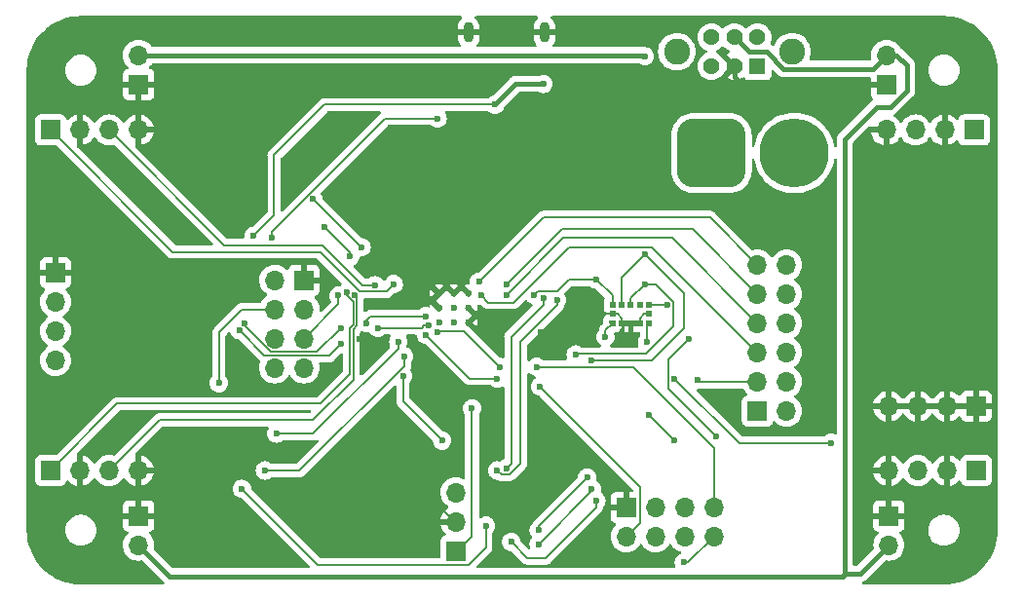
<source format=gbr>
%TF.GenerationSoftware,KiCad,Pcbnew,7.0.1*%
%TF.CreationDate,2023-05-24T15:14:25-04:00*%
%TF.ProjectId,Drone_PCB,44726f6e-655f-4504-9342-2e6b69636164,rev?*%
%TF.SameCoordinates,Original*%
%TF.FileFunction,Copper,L2,Bot*%
%TF.FilePolarity,Positive*%
%FSLAX46Y46*%
G04 Gerber Fmt 4.6, Leading zero omitted, Abs format (unit mm)*
G04 Created by KiCad (PCBNEW 7.0.1) date 2023-05-24 15:14:25*
%MOMM*%
%LPD*%
G01*
G04 APERTURE LIST*
G04 Aperture macros list*
%AMRoundRect*
0 Rectangle with rounded corners*
0 $1 Rounding radius*
0 $2 $3 $4 $5 $6 $7 $8 $9 X,Y pos of 4 corners*
0 Add a 4 corners polygon primitive as box body*
4,1,4,$2,$3,$4,$5,$6,$7,$8,$9,$2,$3,0*
0 Add four circle primitives for the rounded corners*
1,1,$1+$1,$2,$3*
1,1,$1+$1,$4,$5*
1,1,$1+$1,$6,$7*
1,1,$1+$1,$8,$9*
0 Add four rect primitives between the rounded corners*
20,1,$1+$1,$2,$3,$4,$5,0*
20,1,$1+$1,$4,$5,$6,$7,0*
20,1,$1+$1,$6,$7,$8,$9,0*
20,1,$1+$1,$8,$9,$2,$3,0*%
%AMFreePoly0*
4,1,17,0.253536,0.253536,0.255000,0.250000,0.255000,0.005000,0.330000,0.005000,0.333536,0.003536,0.335000,0.000000,0.335000,-0.250000,0.333536,-0.253536,0.330000,-0.255000,-0.250000,-0.255000,-0.253536,-0.253536,-0.255000,-0.250000,-0.255000,0.250000,-0.253536,0.253536,-0.250000,0.255000,0.250000,0.255000,0.253536,0.253536,0.253536,0.253536,$1*%
G04 Aperture macros list end*
%TA.AperFunction,ComponentPad*%
%ADD10R,1.700000X1.700000*%
%TD*%
%TA.AperFunction,ComponentPad*%
%ADD11O,1.700000X1.700000*%
%TD*%
%TA.AperFunction,ComponentPad*%
%ADD12RoundRect,1.500000X-1.500000X-1.500000X1.500000X-1.500000X1.500000X1.500000X-1.500000X1.500000X0*%
%TD*%
%TA.AperFunction,ComponentPad*%
%ADD13C,6.000000*%
%TD*%
%TA.AperFunction,ComponentPad*%
%ADD14C,0.600000*%
%TD*%
%TA.AperFunction,ComponentPad*%
%ADD15R,1.438000X1.438000*%
%TD*%
%TA.AperFunction,ComponentPad*%
%ADD16C,1.438000*%
%TD*%
%TA.AperFunction,ComponentPad*%
%ADD17C,2.265000*%
%TD*%
%TA.AperFunction,ComponentPad*%
%ADD18O,0.900000X1.800000*%
%TD*%
%TA.AperFunction,SMDPad,CuDef*%
%ADD19FreePoly0,180.000000*%
%TD*%
%TA.AperFunction,SMDPad,CuDef*%
%ADD20R,0.500000X0.500000*%
%TD*%
%TA.AperFunction,ViaPad*%
%ADD21C,0.600000*%
%TD*%
%TA.AperFunction,Conductor*%
%ADD22C,0.200000*%
%TD*%
%TA.AperFunction,Conductor*%
%ADD23C,0.150000*%
%TD*%
%TA.AperFunction,Conductor*%
%ADD24C,0.400000*%
%TD*%
G04 APERTURE END LIST*
D10*
%TO.P,J4,1,Pin_1*%
%TO.N,GND*%
X124400000Y-123260000D03*
D11*
%TO.P,J4,2,Pin_2*%
%TO.N,+5V*%
X121860000Y-123260000D03*
%TO.P,J4,3,Pin_3*%
%TO.N,+3V3*%
X124400000Y-125800000D03*
%TO.P,J4,4,Pin_4*%
%TO.N,+1V8*%
X121860000Y-125800000D03*
%TO.P,J4,5,Pin_5*%
%TO.N,/SPI0_RX*%
X124400000Y-128340000D03*
%TO.P,J4,6,Pin_6*%
%TO.N,/SPI0_CSn*%
X121860000Y-128340000D03*
%TO.P,J4,7,Pin_7*%
%TO.N,/SPI0_TX*%
X124400000Y-130880000D03*
%TO.P,J4,8,Pin_8*%
%TO.N,/SPI0_SCK*%
X121860000Y-130880000D03*
%TD*%
D10*
%TO.P,J10,1,Pin_1*%
%TO.N,GND*%
X102800000Y-122600000D03*
D11*
%TO.P,J10,2,Pin_2*%
%TO.N,/UART1_TX*%
X102800000Y-125140000D03*
%TO.P,J10,3,Pin_3*%
%TO.N,/UART1_RX*%
X102800000Y-127680000D03*
%TO.P,J10,4,Pin_4*%
%TO.N,+3V3*%
X102800000Y-130220000D03*
%TD*%
D12*
%TO.P,J13,1,Pin_1*%
%TO.N,Net-(J13-Pin_1)*%
X159800000Y-112200000D03*
D13*
%TO.P,J13,2,Pin_2*%
%TO.N,Net-(J13-Pin_2)*%
X167000000Y-112200000D03*
%TD*%
D10*
%TO.P,J9,1,Pin_1*%
%TO.N,/M4_PWM_A*%
X182620000Y-110200000D03*
D11*
%TO.P,J9,2,Pin_2*%
%TO.N,GND*%
X180080000Y-110200000D03*
%TO.P,J9,3,Pin_3*%
%TO.N,/M4_PWM_B*%
X177540000Y-110200000D03*
%TO.P,J9,4,Pin_4*%
%TO.N,GND*%
X175000000Y-110200000D03*
%TD*%
D14*
%TO.P,U1,57,GND*%
%TO.N,GND*%
X136125000Y-124400000D03*
X136125000Y-125675000D03*
X136125000Y-126950000D03*
X137400000Y-124400000D03*
X137400000Y-125675000D03*
X137400000Y-126950000D03*
X138675000Y-124400000D03*
X138675000Y-125675000D03*
X138675000Y-126950000D03*
%TD*%
D15*
%TO.P,S1,1*%
%TO.N,Net-(J13-Pin_1)*%
X163800000Y-104650000D03*
D16*
%TO.P,S1,2*%
%TO.N,GND*%
X161800000Y-104650000D03*
%TO.P,S1,3*%
%TO.N,unconnected-(S1-Pad3)*%
X159800000Y-104650000D03*
%TO.P,S1,4*%
%TO.N,Net-(J13-Pin_2)*%
X163800000Y-102150000D03*
%TO.P,S1,5*%
%TO.N,Net-(J14-Pin_2)*%
X161800000Y-102150000D03*
%TO.P,S1,6*%
%TO.N,unconnected-(S1-Pad6)*%
X159800000Y-102150000D03*
D17*
%TO.P,S1,S1*%
%TO.N,N/C*%
X166800000Y-103400000D03*
%TO.P,S1,S2*%
X156800000Y-103400000D03*
%TD*%
D10*
%TO.P,J16,1,Pin_1*%
%TO.N,GND*%
X175225000Y-143750000D03*
D11*
%TO.P,J16,2,Pin_2*%
%TO.N,Net-(J14-Pin_2)*%
X175225000Y-146290000D03*
%TD*%
D10*
%TO.P,J17,1,Pin_1*%
%TO.N,GND*%
X110025000Y-143750000D03*
D11*
%TO.P,J17,2,Pin_2*%
%TO.N,Net-(J14-Pin_2)*%
X110025000Y-146290000D03*
%TD*%
D10*
%TO.P,J15,1,Pin_1*%
%TO.N,GND*%
X175025000Y-106250000D03*
D11*
%TO.P,J15,2,Pin_2*%
%TO.N,Net-(J14-Pin_2)*%
X175025000Y-103710000D03*
%TD*%
D10*
%TO.P,J8,1,Pin_1*%
%TO.N,/M3_PWM_A*%
X182820000Y-139800000D03*
D11*
%TO.P,J8,2,Pin_2*%
%TO.N,GND*%
X180280000Y-139800000D03*
%TO.P,J8,3,Pin_3*%
%TO.N,/M3_PWM_B*%
X177740000Y-139800000D03*
%TO.P,J8,4,Pin_4*%
%TO.N,GND*%
X175200000Y-139800000D03*
%TD*%
D10*
%TO.P,J3,1,Pin_1*%
%TO.N,Net-(J3-Pin_1)*%
X137600000Y-146800000D03*
D11*
%TO.P,J3,2,Pin_2*%
%TO.N,GND*%
X137600000Y-144260000D03*
%TO.P,J3,3,Pin_3*%
%TO.N,Net-(J3-Pin_3)*%
X137600000Y-141720000D03*
%TD*%
D10*
%TO.P,J7,1,Pin_1*%
%TO.N,/M2_PWM_A*%
X102380000Y-139800000D03*
D11*
%TO.P,J7,2,Pin_2*%
%TO.N,GND*%
X104920000Y-139800000D03*
%TO.P,J7,3,Pin_3*%
%TO.N,/M2_PWM_B*%
X107460000Y-139800000D03*
%TO.P,J7,4,Pin_4*%
%TO.N,GND*%
X110000000Y-139800000D03*
%TD*%
D10*
%TO.P,J6,1,Pin_1*%
%TO.N,/M1_PWM_A*%
X102380000Y-110200000D03*
D11*
%TO.P,J6,2,Pin_2*%
%TO.N,GND*%
X104920000Y-110200000D03*
%TO.P,J6,3,Pin_3*%
%TO.N,/M1_PWM_B*%
X107460000Y-110200000D03*
%TO.P,J6,4,Pin_4*%
%TO.N,GND*%
X110000000Y-110200000D03*
%TD*%
D10*
%TO.P,J12,1,Pin_1*%
%TO.N,GND*%
X182800000Y-134200000D03*
D11*
%TO.P,J12,2,Pin_2*%
X180260000Y-134200000D03*
%TO.P,J12,3,Pin_3*%
X177720000Y-134200000D03*
%TO.P,J12,4,Pin_4*%
X175180000Y-134200000D03*
%TD*%
D10*
%TO.P,J14,1,Pin_1*%
%TO.N,GND*%
X110025000Y-106250000D03*
D11*
%TO.P,J14,2,Pin_2*%
%TO.N,Net-(J14-Pin_2)*%
X110025000Y-103710000D03*
%TD*%
D18*
%TO.P,J2,S5,SHIELD*%
%TO.N,GND*%
X145300000Y-101725000D03*
%TO.P,J2,S6,SHIELD*%
X138700000Y-101725000D03*
%TD*%
D10*
%TO.P,J11,1*%
%TO.N,/PWM7A*%
X163800000Y-134620000D03*
D11*
%TO.P,J11,2*%
%TO.N,/IMU_AD0*%
X166340000Y-134620000D03*
%TO.P,J11,3*%
%TO.N,/PWM7B*%
X163800000Y-132080000D03*
%TO.P,J11,4*%
%TO.N,/IMU_FSYNC*%
X166340000Y-132080000D03*
%TO.P,J11,5*%
%TO.N,/ADC0{slash}PWM5A*%
X163800000Y-129540000D03*
%TO.P,J11,6*%
%TO.N,/IMU_INT*%
X166340000Y-129540000D03*
%TO.P,J11,7*%
%TO.N,/ADC1{slash}PWM5B*%
X163800000Y-127000000D03*
%TO.P,J11,8*%
%TO.N,/DIST_GPIO*%
X166340000Y-127000000D03*
%TO.P,J11,9*%
%TO.N,/ADC2{slash}PWM6A*%
X163800000Y-124460000D03*
%TO.P,J11,10*%
%TO.N,Net-(J11-Pad10)*%
X166340000Y-124460000D03*
%TO.P,J11,11*%
%TO.N,/ADC3{slash}PWM6B*%
X163800000Y-121920000D03*
%TO.P,J11,12*%
%TO.N,Net-(J11-Pad12)*%
X166340000Y-121920000D03*
%TD*%
D10*
%TO.P,J5,1,Pin_1*%
%TO.N,GND*%
X152400000Y-143000000D03*
D11*
%TO.P,J5,2,Pin_2*%
%TO.N,/WiFi_TX{slash}GPIO1*%
X152400000Y-145540000D03*
%TO.P,J5,3,Pin_3*%
%TO.N,unconnected-(J5-Pin_3-Pad3)*%
X154940000Y-143000000D03*
%TO.P,J5,4,Pin_4*%
%TO.N,Net-(J5-Pin_4)*%
X154940000Y-145540000D03*
%TO.P,J5,5,Pin_5*%
X157480000Y-143000000D03*
%TO.P,J5,6,Pin_6*%
%TO.N,Net-(J5-Pin_6)*%
X157480000Y-145540000D03*
%TO.P,J5,7,Pin_7*%
%TO.N,/WiFi_RX{slash}GPIO3*%
X160020000Y-143000000D03*
%TO.P,J5,8,Pin_8*%
%TO.N,+3V3*%
X160020000Y-145540000D03*
%TD*%
D19*
%TO.P,U6,1,AVDDVCSEL*%
%TO.N,+3V3*%
X151200000Y-127000000D03*
D20*
%TO.P,U6,2,AVSSVCSEL*%
%TO.N,GND*%
X152000000Y-127000000D03*
%TO.P,U6,3,GND*%
X152800000Y-127000000D03*
%TO.P,U6,4,GND2*%
X153600000Y-127000000D03*
%TO.P,U6,5,XSHUT*%
%TO.N,Net-(U6-XSHUT)*%
X154400000Y-127000000D03*
%TO.P,U6,6,GND3*%
%TO.N,GND*%
X154400000Y-126200000D03*
%TO.P,U6,7,GPIO1*%
%TO.N,/DIST_GPIO*%
X154400000Y-125400000D03*
%TO.P,U6,8,DNC*%
%TO.N,unconnected-(U6-DNC-Pad8)*%
X153600000Y-125400000D03*
%TO.P,U6,9,SDA*%
%TO.N,/DIST_SDA*%
X152800000Y-125400000D03*
%TO.P,U6,10,SCL*%
%TO.N,/DIST_SCL*%
X152000000Y-125400000D03*
%TO.P,U6,11,AVDD*%
%TO.N,+3V3*%
X151200000Y-125400000D03*
%TO.P,U6,12,GND4*%
%TO.N,GND*%
X151200000Y-126200000D03*
%TD*%
D21*
%TO.N,GND*%
X136200000Y-117200000D03*
X145000000Y-127800000D03*
X181200000Y-121200000D03*
X127800000Y-141400000D03*
X130200000Y-122600000D03*
X181200000Y-127800000D03*
X129200000Y-128400000D03*
X149600000Y-126000000D03*
X125800000Y-111600000D03*
%TO.N,/QSPI_SS*%
X126200000Y-118600000D03*
X128400000Y-121200000D03*
%TO.N,/SPI1_CSn*%
X133088556Y-129888556D03*
X121000000Y-139800000D03*
%TO.N,/SPI1_TX*%
X122000000Y-136600000D03*
X132600000Y-128600000D03*
%TO.N,/QSPI_SD1*%
X129400000Y-120400000D03*
X125200000Y-116200000D03*
%TO.N,Net-(U1-XIN)*%
X133000000Y-131600000D03*
X136400000Y-137200000D03*
%TO.N,+1V8*%
X117000000Y-132200000D03*
X140200000Y-144600000D03*
X136000000Y-109200000D03*
X119000000Y-141400000D03*
X121600000Y-119600000D03*
%TO.N,Net-(J3-Pin_1)*%
X139000000Y-134400000D03*
%TO.N,/WiFi_TX{slash}GPIO1*%
X144900000Y-132500000D03*
%TO.N,/M1_PWM_A*%
X132200000Y-123600000D03*
%TO.N,/M1_PWM_B*%
X130600000Y-123702000D03*
%TO.N,/M2_PWM_A*%
X128090574Y-124308696D03*
%TO.N,/M2_PWM_B*%
X128800000Y-124550500D03*
%TO.N,/M3_PWM_A*%
X156600000Y-131800000D03*
X170200000Y-137400000D03*
%TO.N,/UART1_TX*%
X135000000Y-126400000D03*
X129800000Y-127000000D03*
X127600000Y-127400000D03*
X119200000Y-127000000D03*
%TO.N,/UART1_RX*%
X135200000Y-127200000D03*
X118768321Y-127612705D03*
X130800000Y-127400000D03*
X127600000Y-128800000D03*
%TO.N,/WiFi_RX{slash}GPIO3*%
X144600000Y-130800000D03*
%TO.N,/SPI0_RX*%
X127400000Y-124600000D03*
%TO.N,/PWM7A*%
X141200000Y-131800000D03*
X156600000Y-137200000D03*
X154400000Y-135000000D03*
X135000000Y-128000000D03*
%TO.N,/IMU_AD0*%
X149800000Y-142400000D03*
X142400000Y-146000000D03*
%TO.N,/PWM7B*%
X136000000Y-127800000D03*
X141400000Y-130800000D03*
X158573489Y-131913107D03*
%TO.N,/IMU_FSYNC*%
X149400000Y-141400000D03*
X144800000Y-146200000D03*
%TO.N,/ADC0{slash}PWM5A*%
X139800000Y-124600000D03*
%TO.N,/IMU_INT*%
X144800000Y-145000000D03*
X149000000Y-140400000D03*
%TO.N,/ADC1{slash}PWM5B*%
X142000000Y-124525500D03*
%TO.N,/DIST_GPIO*%
X156000000Y-125400000D03*
%TO.N,/ADC2{slash}PWM6A*%
X142000000Y-123624500D03*
%TO.N,/ADC3{slash}PWM6B*%
X139600000Y-123400000D03*
%TO.N,/DIST_SDA*%
X154000000Y-123600000D03*
X148000000Y-129724500D03*
%TO.N,/DIST_SCL*%
X154000000Y-121000000D03*
X149400000Y-130200000D03*
%TO.N,/IMU_SDA*%
X146400000Y-125000000D03*
X141200000Y-139800000D03*
%TO.N,/IMU_SCL*%
X145200000Y-124800000D03*
X142000000Y-139600000D03*
%TO.N,Net-(U6-XSHUT)*%
X154200000Y-128600000D03*
%TO.N,+3V3*%
X149800000Y-123200000D03*
X149800000Y-123200000D03*
X157800000Y-128400000D03*
X157400000Y-147800000D03*
X160200000Y-136800000D03*
X150600000Y-128200000D03*
X144400000Y-124525500D03*
%TO.N,+5V*%
X141000000Y-108000000D03*
X120000000Y-119400000D03*
X145200000Y-106200000D03*
%TO.N,Net-(J14-Pin_2)*%
X154000000Y-103800000D03*
%TD*%
D22*
%TO.N,GND*%
X151200000Y-126200000D02*
X151650000Y-126200000D01*
D23*
X149800000Y-126200000D02*
X149600000Y-126000000D01*
X151200000Y-126200000D02*
X149800000Y-126200000D01*
D22*
X153600000Y-127000000D02*
X153600000Y-126550000D01*
X130200000Y-122600000D02*
X134325000Y-122600000D01*
X127800000Y-141400000D02*
X134600000Y-141400000D01*
X153950000Y-126200000D02*
X154400000Y-126200000D01*
X135400000Y-117200000D02*
X130200000Y-122400000D01*
D24*
X161800000Y-104650000D02*
X161800000Y-105600000D01*
D22*
X152000000Y-126550000D02*
X152000000Y-127000000D01*
X130200000Y-122400000D02*
X130200000Y-122600000D01*
X134325000Y-122600000D02*
X136125000Y-124400000D01*
X153600000Y-126550000D02*
X153950000Y-126200000D01*
D24*
X161800000Y-105600000D02*
X162450000Y-106250000D01*
D22*
X151650000Y-126200000D02*
X152000000Y-126550000D01*
D24*
X162450000Y-106250000D02*
X175025000Y-106250000D01*
D22*
X134600000Y-141400000D02*
X137600000Y-144400000D01*
X136200000Y-117200000D02*
X135400000Y-117200000D01*
X152000000Y-127000000D02*
X153600000Y-127000000D01*
%TO.N,/QSPI_SS*%
X128400000Y-120800000D02*
X128400000Y-121200000D01*
X126200000Y-118600000D02*
X128400000Y-120800000D01*
%TO.N,/SPI1_CSn*%
X133088556Y-130711444D02*
X124000000Y-139800000D01*
X133088556Y-129888556D02*
X133088556Y-130711444D01*
X124000000Y-139800000D02*
X121000000Y-139800000D01*
%TO.N,/SPI1_TX*%
X132600000Y-129200000D02*
X132600000Y-128600000D01*
X122000000Y-136600000D02*
X125200000Y-136600000D01*
X125200000Y-136600000D02*
X132600000Y-129200000D01*
%TO.N,/QSPI_SD1*%
X129400000Y-120400000D02*
X125200000Y-116200000D01*
D23*
%TO.N,Net-(U1-XIN)*%
X133000000Y-133800000D02*
X133000000Y-131600000D01*
X136400000Y-137200000D02*
X133000000Y-133800000D01*
%TO.N,+1V8*%
X119000000Y-125800000D02*
X117000000Y-127800000D01*
X121600000Y-119600000D02*
X121600000Y-119057537D01*
X121860000Y-125800000D02*
X119000000Y-125800000D01*
X131457537Y-109200000D02*
X136000000Y-109200000D01*
X125615000Y-148015000D02*
X138675000Y-148015000D01*
X119000000Y-141400000D02*
X125615000Y-148015000D01*
X121600000Y-119057537D02*
X131457537Y-109200000D01*
X138675000Y-148015000D02*
X140200000Y-146490000D01*
X140200000Y-146490000D02*
X140200000Y-144600000D01*
X117000000Y-127800000D02*
X117000000Y-132200000D01*
D22*
%TO.N,Net-(J3-Pin_1)*%
X139000000Y-134400000D02*
X139000000Y-145540000D01*
X139000000Y-145540000D02*
X137600000Y-146940000D01*
%TO.N,/WiFi_TX{slash}GPIO1*%
X153600000Y-144340000D02*
X152400000Y-145540000D01*
X153600000Y-141200000D02*
X153600000Y-144340000D01*
X144900000Y-132500000D02*
X153600000Y-141200000D01*
D23*
%TO.N,/M1_PWM_A*%
X132200000Y-123600000D02*
X131573000Y-124227000D01*
X112980000Y-120800000D02*
X102380000Y-110200000D01*
X125800000Y-120800000D02*
X112980000Y-120800000D01*
X129227000Y-124227000D02*
X125800000Y-120800000D01*
X131573000Y-124227000D02*
X129227000Y-124227000D01*
%TO.N,/M1_PWM_B*%
X126012132Y-120200000D02*
X117460000Y-120200000D01*
X117460000Y-120200000D02*
X107460000Y-110200000D01*
X129514132Y-123702000D02*
X126012132Y-120200000D01*
X130600000Y-123702000D02*
X129514132Y-123702000D01*
%TO.N,/M2_PWM_A*%
X128090574Y-124583537D02*
X128700000Y-125192963D01*
X128375000Y-131425000D02*
X125800000Y-134000000D01*
X125800000Y-134000000D02*
X108180000Y-134000000D01*
X128700000Y-125192963D02*
X128700000Y-127075736D01*
X128700000Y-127075736D02*
X128375000Y-127400736D01*
X128090574Y-124308696D02*
X128090574Y-124583537D01*
X128375000Y-127400736D02*
X128375000Y-131425000D01*
X108180000Y-134000000D02*
X102380000Y-139800000D01*
%TO.N,/M2_PWM_B*%
X128675000Y-131925000D02*
X125200000Y-135400000D01*
X111860000Y-135400000D02*
X107460000Y-139800000D01*
X129000000Y-124750500D02*
X129000000Y-127200000D01*
X125200000Y-135400000D02*
X111860000Y-135400000D01*
X128800000Y-124550500D02*
X129000000Y-124750500D01*
X128675000Y-127525000D02*
X128675000Y-131925000D01*
X129000000Y-127200000D02*
X128675000Y-127525000D01*
%TO.N,/M3_PWM_A*%
X162200000Y-137400000D02*
X156600000Y-131800000D01*
X170200000Y-137400000D02*
X162200000Y-137400000D01*
%TO.N,/UART1_TX*%
X125500000Y-129500000D02*
X121499720Y-129500000D01*
X135000000Y-126400000D02*
X130175000Y-126400000D01*
X129800000Y-127000000D02*
X129800000Y-126800000D01*
X130175000Y-126400000D02*
X129800000Y-126775000D01*
X119200000Y-127200280D02*
X119200000Y-127000000D01*
X129800000Y-126775000D02*
X129800000Y-127000000D01*
X121499720Y-129500000D02*
X119200000Y-127200280D01*
X127600000Y-127400000D02*
X125500000Y-129500000D01*
%TO.N,/UART1_RX*%
X120955616Y-129800000D02*
X126600000Y-129800000D01*
X130800000Y-127400000D02*
X134600000Y-127400000D01*
X118768321Y-127612705D02*
X120955616Y-129800000D01*
X127600000Y-128800000D02*
X127400000Y-129000000D01*
X126600000Y-129800000D02*
X127600000Y-128800000D01*
X134600000Y-127400000D02*
X134800000Y-127200000D01*
X134800000Y-127200000D02*
X135200000Y-127200000D01*
D22*
%TO.N,/WiFi_RX{slash}GPIO3*%
X160020000Y-137842182D02*
X152977818Y-130800000D01*
X152977818Y-130800000D02*
X144600000Y-130800000D01*
X160020000Y-143000000D02*
X160020000Y-137842182D01*
D23*
%TO.N,/SPI0_RX*%
X127400000Y-124600000D02*
X127400000Y-125340000D01*
X127400000Y-125340000D02*
X124400000Y-128340000D01*
%TO.N,/PWM7A*%
X156600000Y-137200000D02*
X154400000Y-135000000D01*
X141200000Y-131800000D02*
X138800000Y-131800000D01*
X138800000Y-131800000D02*
X135000000Y-128000000D01*
%TO.N,/IMU_AD0*%
X149800000Y-143000000D02*
X145400000Y-147400000D01*
X143800000Y-147400000D02*
X142400000Y-146000000D01*
X145400000Y-147400000D02*
X143800000Y-147400000D01*
X149800000Y-142400000D02*
X149800000Y-143000000D01*
%TO.N,/PWM7B*%
X141400000Y-130800000D02*
X138275000Y-127675000D01*
X136125000Y-127675000D02*
X136000000Y-127800000D01*
X138275000Y-127675000D02*
X136125000Y-127675000D01*
X158680000Y-132080000D02*
X158573489Y-131913107D01*
X158573489Y-131913107D02*
X158600000Y-132000000D01*
X163800000Y-132080000D02*
X158680000Y-132080000D01*
%TO.N,/IMU_FSYNC*%
X149400000Y-141600000D02*
X144800000Y-146200000D01*
X149400000Y-141400000D02*
X149400000Y-141600000D01*
%TO.N,/ADC0{slash}PWM5A*%
X154660000Y-120400000D02*
X163800000Y-129540000D01*
X140400000Y-125200000D02*
X142600000Y-125200000D01*
X139800000Y-124600000D02*
X140400000Y-125200000D01*
X147400000Y-120400000D02*
X154660000Y-120400000D01*
X142600000Y-125200000D02*
X147400000Y-120400000D01*
%TO.N,/IMU_INT*%
X149000000Y-140400000D02*
X144800000Y-144600000D01*
X144800000Y-144600000D02*
X144800000Y-145000000D01*
%TO.N,/ADC1{slash}PWM5B*%
X156400000Y-119600000D02*
X163800000Y-127000000D01*
X146925500Y-119600000D02*
X156400000Y-119600000D01*
X142000000Y-124525500D02*
X146925500Y-119600000D01*
D22*
%TO.N,/DIST_GPIO*%
X154400000Y-125400000D02*
X156000000Y-125400000D01*
D23*
%TO.N,/ADC2{slash}PWM6A*%
X158140000Y-118800000D02*
X163800000Y-124460000D01*
X142000000Y-123624500D02*
X146824500Y-118800000D01*
X146824500Y-118800000D02*
X158140000Y-118800000D01*
%TO.N,/ADC3{slash}PWM6B*%
X145200000Y-117800000D02*
X159680000Y-117800000D01*
X139600000Y-123400000D02*
X145200000Y-117800000D01*
X159680000Y-117800000D02*
X163800000Y-121920000D01*
%TO.N,/DIST_SDA*%
X156525000Y-125125000D02*
X155000000Y-123600000D01*
X148000000Y-129724500D02*
X148049500Y-129675000D01*
X154125000Y-129675000D02*
X156525000Y-127275000D01*
X148049500Y-129675000D02*
X154125000Y-129675000D01*
D22*
X152800000Y-125400000D02*
X152800000Y-124800000D01*
D23*
X155000000Y-123600000D02*
X154000000Y-123600000D01*
X156525000Y-127275000D02*
X156525000Y-125125000D01*
D22*
X152800000Y-124800000D02*
X154000000Y-123600000D01*
D23*
%TO.N,/DIST_SCL*%
X149400000Y-130200000D02*
X154600000Y-130200000D01*
X154600000Y-130200000D02*
X157400000Y-127400000D01*
X152000000Y-125400000D02*
X152000000Y-123000000D01*
X157400000Y-127400000D02*
X157400000Y-124400000D01*
X157400000Y-124400000D02*
X154000000Y-121000000D01*
X152000000Y-123000000D02*
X154000000Y-121000000D01*
D22*
%TO.N,/IMU_SDA*%
X146400000Y-125400000D02*
X143200000Y-128600000D01*
X143200000Y-128600000D02*
X143200000Y-139177818D01*
X146400000Y-125000000D02*
X146400000Y-125400000D01*
X142227818Y-140150000D02*
X141550000Y-140150000D01*
X141550000Y-140150000D02*
X141200000Y-139800000D01*
X143200000Y-139177818D02*
X142227818Y-140150000D01*
%TO.N,/IMU_SCL*%
X142400000Y-139200000D02*
X142000000Y-139600000D01*
X142400000Y-128200000D02*
X142400000Y-139200000D01*
X145200000Y-124800000D02*
X145200000Y-125400000D01*
X145200000Y-125400000D02*
X142400000Y-128200000D01*
%TO.N,Net-(U6-XSHUT)*%
X154200000Y-127200000D02*
X154400000Y-127000000D01*
X154200000Y-128600000D02*
X154200000Y-127200000D01*
D23*
%TO.N,+3V3*%
X151200000Y-125400000D02*
X151200000Y-124600000D01*
X151200000Y-127000000D02*
X150600000Y-127600000D01*
X144400000Y-124525500D02*
X144725500Y-124200000D01*
X144725500Y-124200000D02*
X146400000Y-124200000D01*
X150600000Y-127600000D02*
X150600000Y-128200000D01*
X156075000Y-132675000D02*
X156075000Y-130125000D01*
X146400000Y-124200000D02*
X147400000Y-123200000D01*
X151200000Y-124600000D02*
X149800000Y-123200000D01*
X157400000Y-147800000D02*
X157760000Y-147800000D01*
X157760000Y-147800000D02*
X160020000Y-145540000D01*
X147400000Y-123200000D02*
X149800000Y-123200000D01*
X160200000Y-136800000D02*
X156075000Y-132675000D01*
X156075000Y-130125000D02*
X157800000Y-128400000D01*
%TO.N,+5V*%
X120000000Y-119400000D02*
X121800000Y-117600000D01*
X121800000Y-117600000D02*
X121800000Y-112400000D01*
X126200000Y-108000000D02*
X141000000Y-108000000D01*
D24*
X142800000Y-106200000D02*
X145200000Y-106200000D01*
D23*
X121800000Y-112400000D02*
X126200000Y-108000000D01*
D24*
X141000000Y-108000000D02*
X142800000Y-106200000D01*
%TO.N,Net-(J14-Pin_2)*%
X161800000Y-102150000D02*
X163050000Y-103400000D01*
X175400000Y-108200000D02*
X176800000Y-106800000D01*
X175910000Y-103710000D02*
X175025000Y-103710000D01*
X171400000Y-148800000D02*
X172715000Y-148800000D01*
X172715000Y-148800000D02*
X175225000Y-146290000D01*
X112735000Y-149000000D02*
X171200000Y-149000000D01*
X173852500Y-104882500D02*
X175025000Y-103710000D01*
X153910000Y-103710000D02*
X154000000Y-103800000D01*
X166082500Y-104882500D02*
X173852500Y-104882500D01*
X163050000Y-103400000D02*
X164600000Y-103400000D01*
X171400000Y-148800000D02*
X171400000Y-111000000D01*
X171200000Y-149000000D02*
X171400000Y-148800000D01*
X171400000Y-111000000D02*
X174200000Y-108200000D01*
X110025000Y-146290000D02*
X112735000Y-149000000D01*
X174200000Y-108200000D02*
X175400000Y-108200000D01*
X164600000Y-103400000D02*
X166082500Y-104882500D01*
X176800000Y-106800000D02*
X176800000Y-104600000D01*
X110025000Y-103710000D02*
X153910000Y-103710000D01*
X176800000Y-104600000D02*
X175910000Y-103710000D01*
%TD*%
%TA.AperFunction,Conductor*%
%TO.N,GND*%
G36*
X138092724Y-100314302D02*
G01*
X138136922Y-100352635D01*
X138158624Y-100406966D01*
X138153000Y-100465200D01*
X138121302Y-100514374D01*
X137975464Y-100653003D01*
X137865087Y-100811585D01*
X137788893Y-100989137D01*
X137750000Y-101178395D01*
X137750000Y-101475000D01*
X139650000Y-101475000D01*
X139650000Y-101226827D01*
X139635351Y-101082777D01*
X139577511Y-100898430D01*
X139483746Y-100729496D01*
X139357894Y-100582895D01*
X139279942Y-100522556D01*
X139242394Y-100474553D01*
X139232250Y-100414458D01*
X139251962Y-100356789D01*
X139296767Y-100315477D01*
X139355843Y-100300500D01*
X144635870Y-100300500D01*
X144692724Y-100314302D01*
X144736922Y-100352635D01*
X144758624Y-100406966D01*
X144753000Y-100465200D01*
X144721302Y-100514374D01*
X144575464Y-100653003D01*
X144465087Y-100811585D01*
X144388893Y-100989137D01*
X144350000Y-101178395D01*
X144350000Y-101475000D01*
X146250000Y-101475000D01*
X146250000Y-101226827D01*
X146235351Y-101082777D01*
X146177511Y-100898430D01*
X146083746Y-100729496D01*
X145957894Y-100582895D01*
X145879942Y-100522556D01*
X145842394Y-100474553D01*
X145832250Y-100414458D01*
X145851962Y-100356789D01*
X145896767Y-100315477D01*
X145955843Y-100300500D01*
X179952405Y-100300500D01*
X179997294Y-100300500D01*
X180002702Y-100300617D01*
X180404202Y-100318147D01*
X180414937Y-100319087D01*
X180810693Y-100371189D01*
X180821331Y-100373064D01*
X181211043Y-100459462D01*
X181221483Y-100462260D01*
X181602168Y-100582289D01*
X181612315Y-100585982D01*
X181981102Y-100738739D01*
X181990893Y-100743305D01*
X182288886Y-100898430D01*
X182344942Y-100927611D01*
X182354310Y-100933019D01*
X182690959Y-101147488D01*
X182699820Y-101153693D01*
X183016487Y-101396680D01*
X183024774Y-101403634D01*
X183319056Y-101673294D01*
X183326705Y-101680943D01*
X183596365Y-101975225D01*
X183603319Y-101983512D01*
X183846306Y-102300179D01*
X183852511Y-102309040D01*
X184066980Y-102645689D01*
X184072388Y-102655057D01*
X184256691Y-103009099D01*
X184261263Y-103018903D01*
X184414013Y-103387674D01*
X184417713Y-103397840D01*
X184537738Y-103778512D01*
X184540538Y-103788960D01*
X184626933Y-104178660D01*
X184628811Y-104189314D01*
X184680910Y-104585042D01*
X184681853Y-104595818D01*
X184699382Y-104997297D01*
X184699500Y-105002706D01*
X184699500Y-144997294D01*
X184699382Y-145002703D01*
X184681853Y-145404181D01*
X184680910Y-145414957D01*
X184628811Y-145810685D01*
X184626933Y-145821339D01*
X184540538Y-146211039D01*
X184537738Y-146221487D01*
X184417713Y-146602159D01*
X184414013Y-146612325D01*
X184261263Y-146981096D01*
X184256691Y-146990900D01*
X184072388Y-147344942D01*
X184066980Y-147354310D01*
X183852511Y-147690959D01*
X183846306Y-147699820D01*
X183603319Y-148016487D01*
X183596365Y-148024774D01*
X183326705Y-148319056D01*
X183319056Y-148326705D01*
X183024774Y-148596365D01*
X183016487Y-148603319D01*
X182699820Y-148846306D01*
X182690959Y-148852511D01*
X182354310Y-149066980D01*
X182344942Y-149072388D01*
X181990900Y-149256691D01*
X181981096Y-149261263D01*
X181612325Y-149414013D01*
X181602159Y-149417713D01*
X181221487Y-149537738D01*
X181211039Y-149540538D01*
X180821339Y-149626933D01*
X180810685Y-149628811D01*
X180414957Y-149680910D01*
X180404181Y-149681853D01*
X180002703Y-149699382D01*
X179997294Y-149699500D01*
X173000865Y-149699500D01*
X172936716Y-149681617D01*
X172891070Y-149633128D01*
X172877091Y-149568017D01*
X172898812Y-149505064D01*
X172949968Y-149462427D01*
X172951969Y-149461526D01*
X172979815Y-149448993D01*
X172986673Y-149446152D01*
X173042930Y-149424818D01*
X173051270Y-149419060D01*
X173070819Y-149408035D01*
X173080057Y-149403878D01*
X173127413Y-149366775D01*
X173133420Y-149362355D01*
X173182929Y-149328183D01*
X173222823Y-149283150D01*
X173227924Y-149277731D01*
X174853005Y-147652650D01*
X174908590Y-147620558D01*
X174972777Y-147620558D01*
X174989591Y-147625062D01*
X174989592Y-147625063D01*
X175225000Y-147645659D01*
X175460408Y-147625063D01*
X175688663Y-147563903D01*
X175902830Y-147464035D01*
X176096401Y-147328495D01*
X176263495Y-147161401D01*
X176399035Y-146967830D01*
X176498903Y-146753663D01*
X176560063Y-146525408D01*
X176580659Y-146290000D01*
X176560063Y-146054592D01*
X176498903Y-145826337D01*
X176399035Y-145612171D01*
X176263495Y-145418599D01*
X176141181Y-145296285D01*
X176109885Y-145243539D01*
X176107696Y-145182246D01*
X176135149Y-145127401D01*
X176185528Y-145092422D01*
X176317089Y-145043352D01*
X176374999Y-145000000D01*
X178644340Y-145000000D01*
X178664936Y-145235407D01*
X178701050Y-145370185D01*
X178726097Y-145463663D01*
X178825965Y-145677829D01*
X178961505Y-145871401D01*
X179128599Y-146038495D01*
X179322171Y-146174035D01*
X179536337Y-146273903D01*
X179764591Y-146335062D01*
X179764592Y-146335063D01*
X179941032Y-146350500D01*
X179941034Y-146350500D01*
X180058966Y-146350500D01*
X180058968Y-146350500D01*
X180176594Y-146340208D01*
X180235408Y-146335063D01*
X180463663Y-146273903D01*
X180677829Y-146174035D01*
X180871401Y-146038495D01*
X181038495Y-145871401D01*
X181174035Y-145677830D01*
X181273903Y-145463663D01*
X181335063Y-145235408D01*
X181355659Y-145000000D01*
X181335063Y-144764592D01*
X181273903Y-144536337D01*
X181174035Y-144322171D01*
X181038495Y-144128599D01*
X180871401Y-143961505D01*
X180677829Y-143825965D01*
X180463663Y-143726097D01*
X180235407Y-143664936D01*
X180058968Y-143649500D01*
X180058966Y-143649500D01*
X179941034Y-143649500D01*
X179941032Y-143649500D01*
X179764592Y-143664936D01*
X179536336Y-143726097D01*
X179322170Y-143825965D01*
X179128598Y-143961505D01*
X178961508Y-144128595D01*
X178961505Y-144128598D01*
X178961505Y-144128599D01*
X178841042Y-144300639D01*
X178825964Y-144322172D01*
X178726097Y-144536337D01*
X178664936Y-144764592D01*
X178644340Y-145000000D01*
X176374999Y-145000000D01*
X176432188Y-144957188D01*
X176518352Y-144842089D01*
X176568597Y-144707375D01*
X176575000Y-144647824D01*
X176575000Y-144000000D01*
X173875000Y-144000000D01*
X173875000Y-144647824D01*
X173881402Y-144707375D01*
X173931647Y-144842089D01*
X174017811Y-144957188D01*
X174132911Y-145043352D01*
X174264471Y-145092422D01*
X174314850Y-145127401D01*
X174342303Y-145182246D01*
X174340114Y-145243539D01*
X174308819Y-145296285D01*
X174186503Y-145418601D01*
X174050965Y-145612170D01*
X173951097Y-145826336D01*
X173889936Y-146054592D01*
X173869340Y-146289999D01*
X173889936Y-146525410D01*
X173894441Y-146542222D01*
X173894440Y-146606408D01*
X173862347Y-146661994D01*
X172461162Y-148063181D01*
X172420934Y-148090061D01*
X172373481Y-148099500D01*
X172224500Y-148099500D01*
X172162500Y-148082887D01*
X172117113Y-148037500D01*
X172100500Y-147975500D01*
X172100500Y-143500000D01*
X173875000Y-143500000D01*
X174975000Y-143500000D01*
X174975000Y-142400000D01*
X175475000Y-142400000D01*
X175475000Y-143500000D01*
X176575000Y-143500000D01*
X176575000Y-142852176D01*
X176568597Y-142792624D01*
X176518352Y-142657910D01*
X176432188Y-142542811D01*
X176317089Y-142456647D01*
X176182375Y-142406402D01*
X176122824Y-142400000D01*
X175475000Y-142400000D01*
X174975000Y-142400000D01*
X174327176Y-142400000D01*
X174267624Y-142406402D01*
X174132910Y-142456647D01*
X174017811Y-142542811D01*
X173931647Y-142657910D01*
X173881402Y-142792624D01*
X173875000Y-142852176D01*
X173875000Y-143500000D01*
X172100500Y-143500000D01*
X172100500Y-140050000D01*
X173869364Y-140050000D01*
X173926569Y-140263492D01*
X174026399Y-140477576D01*
X174161893Y-140671081D01*
X174328918Y-140838106D01*
X174522423Y-140973600D01*
X174736507Y-141073430D01*
X174949999Y-141130635D01*
X174950000Y-141130636D01*
X174950000Y-141130635D01*
X175450000Y-141130635D01*
X175663492Y-141073430D01*
X175877576Y-140973600D01*
X176071081Y-140838106D01*
X176238109Y-140671078D01*
X176368119Y-140485405D01*
X176412437Y-140446539D01*
X176469694Y-140432528D01*
X176526951Y-140446539D01*
X176571267Y-140485402D01*
X176701505Y-140671401D01*
X176868599Y-140838495D01*
X177062170Y-140974035D01*
X177276337Y-141073903D01*
X177504592Y-141135063D01*
X177740000Y-141155659D01*
X177975408Y-141135063D01*
X178203663Y-141073903D01*
X178417830Y-140974035D01*
X178611401Y-140838495D01*
X178778495Y-140671401D01*
X178908732Y-140485402D01*
X178953048Y-140446539D01*
X179010305Y-140432528D01*
X179067562Y-140446539D01*
X179111880Y-140485404D01*
X179241893Y-140671081D01*
X179408918Y-140838106D01*
X179602423Y-140973600D01*
X179816507Y-141073430D01*
X180030000Y-141130636D01*
X180030000Y-141130635D01*
X180530000Y-141130635D01*
X180743492Y-141073430D01*
X180957576Y-140973600D01*
X181151077Y-140838109D01*
X181273133Y-140716053D01*
X181325880Y-140684757D01*
X181387173Y-140682568D01*
X181442018Y-140710021D01*
X181476996Y-140760399D01*
X181526204Y-140892331D01*
X181612454Y-141007546D01*
X181727669Y-141093796D01*
X181862517Y-141144091D01*
X181922127Y-141150500D01*
X183717872Y-141150499D01*
X183777483Y-141144091D01*
X183912331Y-141093796D01*
X184027546Y-141007546D01*
X184113796Y-140892331D01*
X184164091Y-140757483D01*
X184170500Y-140697873D01*
X184170499Y-138902128D01*
X184164091Y-138842517D01*
X184113796Y-138707669D01*
X184027546Y-138592454D01*
X183912331Y-138506204D01*
X183777483Y-138455909D01*
X183717873Y-138449500D01*
X183717869Y-138449500D01*
X181922130Y-138449500D01*
X181862515Y-138455909D01*
X181727669Y-138506204D01*
X181612454Y-138592454D01*
X181526204Y-138707669D01*
X181476997Y-138839599D01*
X181442018Y-138889978D01*
X181387173Y-138917431D01*
X181325880Y-138915242D01*
X181273134Y-138883946D01*
X181151081Y-138761893D01*
X180957576Y-138626399D01*
X180743492Y-138526569D01*
X180530000Y-138469364D01*
X180530000Y-141130635D01*
X180030000Y-141130635D01*
X180030000Y-138469364D01*
X180029999Y-138469364D01*
X179816507Y-138526569D01*
X179602421Y-138626400D01*
X179408921Y-138761890D01*
X179241893Y-138928918D01*
X179111880Y-139114596D01*
X179067562Y-139153461D01*
X179010305Y-139167472D01*
X178953048Y-139153461D01*
X178908730Y-139114595D01*
X178880453Y-139074211D01*
X178778495Y-138928599D01*
X178611401Y-138761505D01*
X178417830Y-138625965D01*
X178203663Y-138526097D01*
X178131637Y-138506798D01*
X177975407Y-138464936D01*
X177740000Y-138444340D01*
X177504592Y-138464936D01*
X177276336Y-138526097D01*
X177062170Y-138625965D01*
X176868598Y-138761505D01*
X176701508Y-138928595D01*
X176571269Y-139114596D01*
X176526951Y-139153461D01*
X176469694Y-139167472D01*
X176412437Y-139153461D01*
X176368119Y-139114595D01*
X176238109Y-138928921D01*
X176071081Y-138761893D01*
X175877576Y-138626399D01*
X175663492Y-138526569D01*
X175450000Y-138469364D01*
X175450000Y-141130635D01*
X174950000Y-141130635D01*
X174950000Y-140050000D01*
X173869364Y-140050000D01*
X172100500Y-140050000D01*
X172100500Y-139550000D01*
X173869364Y-139550000D01*
X174950000Y-139550000D01*
X174950000Y-138469364D01*
X174736507Y-138526569D01*
X174522421Y-138626400D01*
X174328921Y-138761890D01*
X174161890Y-138928921D01*
X174026400Y-139122421D01*
X173926569Y-139336507D01*
X173869364Y-139549999D01*
X173869364Y-139550000D01*
X172100500Y-139550000D01*
X172100500Y-134450000D01*
X173849364Y-134450000D01*
X173906569Y-134663492D01*
X174006399Y-134877576D01*
X174141893Y-135071081D01*
X174308918Y-135238106D01*
X174502423Y-135373600D01*
X174716507Y-135473430D01*
X174929999Y-135530635D01*
X174930000Y-135530636D01*
X174930000Y-134450000D01*
X175430000Y-134450000D01*
X175430000Y-135530635D01*
X175643492Y-135473430D01*
X175857576Y-135373600D01*
X176051081Y-135238106D01*
X176218106Y-135071081D01*
X176348425Y-134884968D01*
X176392743Y-134846103D01*
X176450000Y-134832092D01*
X176507257Y-134846103D01*
X176551575Y-134884968D01*
X176681893Y-135071081D01*
X176848918Y-135238106D01*
X177042423Y-135373600D01*
X177256507Y-135473430D01*
X177470000Y-135530636D01*
X177470000Y-134450000D01*
X177970000Y-134450000D01*
X177970000Y-135530635D01*
X178183492Y-135473430D01*
X178397576Y-135373600D01*
X178591081Y-135238106D01*
X178758106Y-135071081D01*
X178888425Y-134884968D01*
X178932743Y-134846103D01*
X178990000Y-134832092D01*
X179047257Y-134846103D01*
X179091575Y-134884968D01*
X179221893Y-135071081D01*
X179388918Y-135238106D01*
X179582423Y-135373600D01*
X179796507Y-135473430D01*
X180009999Y-135530635D01*
X180010000Y-135530636D01*
X180010000Y-134450000D01*
X180510000Y-134450000D01*
X180510000Y-135530635D01*
X180723492Y-135473430D01*
X180937576Y-135373600D01*
X181131077Y-135238109D01*
X181253521Y-135115665D01*
X181306268Y-135084369D01*
X181367561Y-135082180D01*
X181422405Y-135109633D01*
X181457385Y-135160012D01*
X181506647Y-135292088D01*
X181592811Y-135407188D01*
X181707910Y-135493352D01*
X181842624Y-135543597D01*
X181902176Y-135550000D01*
X182550000Y-135550000D01*
X182550000Y-134450000D01*
X183050000Y-134450000D01*
X183050000Y-135550000D01*
X183697824Y-135550000D01*
X183757375Y-135543597D01*
X183892089Y-135493352D01*
X184007188Y-135407188D01*
X184093352Y-135292089D01*
X184143597Y-135157375D01*
X184150000Y-135097824D01*
X184150000Y-134450000D01*
X183050000Y-134450000D01*
X182550000Y-134450000D01*
X180510000Y-134450000D01*
X180010000Y-134450000D01*
X177970000Y-134450000D01*
X177470000Y-134450000D01*
X175430000Y-134450000D01*
X174930000Y-134450000D01*
X173849364Y-134450000D01*
X172100500Y-134450000D01*
X172100500Y-133950000D01*
X173849364Y-133950000D01*
X174930000Y-133950000D01*
X175430000Y-133950000D01*
X177470000Y-133950000D01*
X177970000Y-133950000D01*
X180010000Y-133950000D01*
X180510000Y-133950000D01*
X182550000Y-133950000D01*
X182550000Y-132850000D01*
X183050000Y-132850000D01*
X183050000Y-133950000D01*
X184150000Y-133950000D01*
X184150000Y-133302176D01*
X184143597Y-133242624D01*
X184093352Y-133107910D01*
X184007188Y-132992811D01*
X183892089Y-132906647D01*
X183757375Y-132856402D01*
X183697824Y-132850000D01*
X183050000Y-132850000D01*
X182550000Y-132850000D01*
X181902176Y-132850000D01*
X181842624Y-132856402D01*
X181707910Y-132906647D01*
X181592811Y-132992811D01*
X181506647Y-133107911D01*
X181457385Y-133239987D01*
X181422405Y-133290366D01*
X181367561Y-133317819D01*
X181306268Y-133315630D01*
X181253522Y-133284334D01*
X181131081Y-133161893D01*
X180937576Y-133026399D01*
X180723492Y-132926569D01*
X180510000Y-132869364D01*
X180510000Y-133950000D01*
X180010000Y-133950000D01*
X180010000Y-132869364D01*
X180009999Y-132869364D01*
X179796507Y-132926569D01*
X179582421Y-133026400D01*
X179388921Y-133161890D01*
X179221893Y-133328918D01*
X179091575Y-133515032D01*
X179047257Y-133553897D01*
X178990000Y-133567908D01*
X178932743Y-133553897D01*
X178888425Y-133515032D01*
X178758106Y-133328918D01*
X178591081Y-133161893D01*
X178397576Y-133026399D01*
X178183492Y-132926569D01*
X177970000Y-132869364D01*
X177970000Y-133950000D01*
X177470000Y-133950000D01*
X177470000Y-132869364D01*
X177256507Y-132926569D01*
X177042421Y-133026400D01*
X176848921Y-133161890D01*
X176681893Y-133328918D01*
X176551575Y-133515032D01*
X176507257Y-133553897D01*
X176450000Y-133567908D01*
X176392743Y-133553897D01*
X176348425Y-133515032D01*
X176218106Y-133328918D01*
X176051081Y-133161893D01*
X175857576Y-133026399D01*
X175643492Y-132926569D01*
X175430000Y-132869364D01*
X175430000Y-133950000D01*
X174930000Y-133950000D01*
X174930000Y-132869364D01*
X174929999Y-132869364D01*
X174716507Y-132926569D01*
X174502421Y-133026400D01*
X174308921Y-133161890D01*
X174141890Y-133328921D01*
X174006400Y-133522421D01*
X173906569Y-133736507D01*
X173849364Y-133949999D01*
X173849364Y-133950000D01*
X172100500Y-133950000D01*
X172100500Y-111341519D01*
X172109939Y-111294066D01*
X172136819Y-111253838D01*
X172433266Y-110957391D01*
X172940657Y-110450000D01*
X173669364Y-110450000D01*
X173726569Y-110663492D01*
X173826399Y-110877576D01*
X173961893Y-111071081D01*
X174128918Y-111238106D01*
X174322423Y-111373600D01*
X174536507Y-111473430D01*
X174749999Y-111530635D01*
X174750000Y-111530636D01*
X174750000Y-110450000D01*
X173669364Y-110450000D01*
X172940657Y-110450000D01*
X173470087Y-109920569D01*
X173530925Y-109887192D01*
X173600174Y-109891731D01*
X173656139Y-109932766D01*
X173669363Y-109950000D01*
X175126000Y-109950000D01*
X175188000Y-109966613D01*
X175233387Y-110012000D01*
X175250000Y-110074000D01*
X175250000Y-111530636D01*
X175463492Y-111473430D01*
X175677576Y-111373600D01*
X175871081Y-111238106D01*
X176038109Y-111071078D01*
X176168119Y-110885405D01*
X176212437Y-110846539D01*
X176269694Y-110832528D01*
X176326951Y-110846539D01*
X176371267Y-110885402D01*
X176501505Y-111071401D01*
X176668599Y-111238495D01*
X176862170Y-111374035D01*
X177076337Y-111473903D01*
X177304592Y-111535063D01*
X177540000Y-111555659D01*
X177775408Y-111535063D01*
X178003663Y-111473903D01*
X178217830Y-111374035D01*
X178411401Y-111238495D01*
X178578495Y-111071401D01*
X178708732Y-110885402D01*
X178753048Y-110846539D01*
X178810305Y-110832528D01*
X178867562Y-110846539D01*
X178911880Y-110885404D01*
X179041893Y-111071081D01*
X179208918Y-111238106D01*
X179402423Y-111373600D01*
X179616507Y-111473430D01*
X179830000Y-111530636D01*
X179830000Y-111530635D01*
X180330000Y-111530635D01*
X180543492Y-111473430D01*
X180757576Y-111373600D01*
X180951077Y-111238109D01*
X181073133Y-111116053D01*
X181125880Y-111084757D01*
X181187173Y-111082568D01*
X181242018Y-111110021D01*
X181276996Y-111160399D01*
X181326204Y-111292331D01*
X181412454Y-111407546D01*
X181527669Y-111493796D01*
X181662517Y-111544091D01*
X181722127Y-111550500D01*
X183517872Y-111550499D01*
X183577483Y-111544091D01*
X183712331Y-111493796D01*
X183827546Y-111407546D01*
X183913796Y-111292331D01*
X183964091Y-111157483D01*
X183970500Y-111097873D01*
X183970499Y-109302128D01*
X183964091Y-109242517D01*
X183913796Y-109107669D01*
X183827546Y-108992454D01*
X183712331Y-108906204D01*
X183577483Y-108855909D01*
X183517873Y-108849500D01*
X183517869Y-108849500D01*
X181722130Y-108849500D01*
X181662515Y-108855909D01*
X181527669Y-108906204D01*
X181412454Y-108992454D01*
X181326204Y-109107669D01*
X181276997Y-109239599D01*
X181242018Y-109289978D01*
X181187173Y-109317431D01*
X181125880Y-109315242D01*
X181073134Y-109283946D01*
X180951081Y-109161893D01*
X180757576Y-109026399D01*
X180543492Y-108926569D01*
X180330000Y-108869364D01*
X180330000Y-111530635D01*
X179830000Y-111530635D01*
X179830000Y-108869364D01*
X179829999Y-108869364D01*
X179616507Y-108926569D01*
X179402421Y-109026400D01*
X179208921Y-109161890D01*
X179041893Y-109328918D01*
X178911880Y-109514596D01*
X178867562Y-109553461D01*
X178810305Y-109567472D01*
X178753048Y-109553461D01*
X178708730Y-109514595D01*
X178619109Y-109386602D01*
X178578495Y-109328599D01*
X178411401Y-109161505D01*
X178217830Y-109025965D01*
X178003663Y-108926097D01*
X177942501Y-108909709D01*
X177775407Y-108864936D01*
X177540000Y-108844340D01*
X177304592Y-108864936D01*
X177076336Y-108926097D01*
X176862170Y-109025965D01*
X176668598Y-109161505D01*
X176501508Y-109328595D01*
X176501505Y-109328598D01*
X176501505Y-109328599D01*
X176460891Y-109386602D01*
X176371269Y-109514596D01*
X176326951Y-109553461D01*
X176269694Y-109567472D01*
X176212437Y-109553461D01*
X176168119Y-109514595D01*
X176038109Y-109328921D01*
X175871081Y-109161893D01*
X175700490Y-109042443D01*
X175658283Y-108991188D01*
X175648569Y-108925506D01*
X175674134Y-108864228D01*
X175715736Y-108833672D01*
X175715532Y-108833376D01*
X175725664Y-108826380D01*
X175727645Y-108824925D01*
X175727930Y-108824818D01*
X175736270Y-108819060D01*
X175755819Y-108808035D01*
X175765057Y-108803878D01*
X175812413Y-108766775D01*
X175818420Y-108762355D01*
X175867929Y-108728183D01*
X175907823Y-108683150D01*
X175912924Y-108677731D01*
X177277731Y-107312924D01*
X177283150Y-107307823D01*
X177328183Y-107267929D01*
X177362355Y-107218420D01*
X177366775Y-107212413D01*
X177403878Y-107165057D01*
X177408035Y-107155819D01*
X177419060Y-107136270D01*
X177424818Y-107127930D01*
X177446152Y-107071673D01*
X177448996Y-107064808D01*
X177473695Y-107009932D01*
X177475522Y-106999958D01*
X177481552Y-106978331D01*
X177485140Y-106968871D01*
X177492387Y-106909184D01*
X177493514Y-106901778D01*
X177493748Y-106900500D01*
X177504358Y-106842606D01*
X177500726Y-106782566D01*
X177500500Y-106775079D01*
X177500500Y-105000000D01*
X178644340Y-105000000D01*
X178664936Y-105235407D01*
X178713560Y-105416873D01*
X178726097Y-105463663D01*
X178825965Y-105677829D01*
X178961505Y-105871401D01*
X179128599Y-106038495D01*
X179322171Y-106174035D01*
X179536337Y-106273903D01*
X179764592Y-106335063D01*
X179941032Y-106350500D01*
X179941034Y-106350500D01*
X180058966Y-106350500D01*
X180058968Y-106350500D01*
X180176594Y-106340208D01*
X180235408Y-106335063D01*
X180463663Y-106273903D01*
X180677829Y-106174035D01*
X180871401Y-106038495D01*
X181038495Y-105871401D01*
X181174035Y-105677830D01*
X181273903Y-105463663D01*
X181335063Y-105235408D01*
X181355659Y-105000000D01*
X181335063Y-104764592D01*
X181273903Y-104536337D01*
X181174035Y-104322171D01*
X181038495Y-104128599D01*
X180871401Y-103961505D01*
X180677829Y-103825965D01*
X180463663Y-103726097D01*
X180235407Y-103664936D01*
X180058968Y-103649500D01*
X180058966Y-103649500D01*
X179941034Y-103649500D01*
X179941032Y-103649500D01*
X179764592Y-103664936D01*
X179536336Y-103726097D01*
X179322170Y-103825965D01*
X179128598Y-103961505D01*
X178961508Y-104128595D01*
X178961505Y-104128598D01*
X178961505Y-104128599D01*
X178839904Y-104302264D01*
X178825964Y-104322172D01*
X178726097Y-104536337D01*
X178664936Y-104764592D01*
X178644340Y-105000000D01*
X177500500Y-105000000D01*
X177500500Y-104624921D01*
X177500726Y-104617434D01*
X177501444Y-104605565D01*
X177504358Y-104557394D01*
X177493507Y-104498185D01*
X177492390Y-104490840D01*
X177485140Y-104431128D01*
X177481546Y-104421651D01*
X177475521Y-104400034D01*
X177473695Y-104390068D01*
X177456021Y-104350800D01*
X177449009Y-104335218D01*
X177446151Y-104328322D01*
X177424818Y-104272070D01*
X177419061Y-104263730D01*
X177408035Y-104244181D01*
X177403877Y-104234941D01*
X177366785Y-104187597D01*
X177362355Y-104181577D01*
X177328183Y-104132071D01*
X177283153Y-104092178D01*
X177277715Y-104087058D01*
X176422940Y-103232283D01*
X176417822Y-103226847D01*
X176377929Y-103181817D01*
X176361077Y-103170185D01*
X176328436Y-103147654D01*
X176322405Y-103143216D01*
X176275054Y-103106120D01*
X176265813Y-103101961D01*
X176246274Y-103090942D01*
X176244739Y-103089882D01*
X176202794Y-103040233D01*
X176199035Y-103032171D01*
X176063495Y-102838599D01*
X175896401Y-102671505D01*
X175702830Y-102535965D01*
X175488663Y-102436097D01*
X175427501Y-102419709D01*
X175260407Y-102374936D01*
X175025000Y-102354340D01*
X174789592Y-102374936D01*
X174561336Y-102436097D01*
X174347170Y-102535965D01*
X174153598Y-102671505D01*
X173986505Y-102838598D01*
X173850965Y-103032170D01*
X173751097Y-103246336D01*
X173689936Y-103474592D01*
X173669340Y-103709999D01*
X173689936Y-103945408D01*
X173694441Y-103962220D01*
X173694441Y-104026405D01*
X173662349Y-104081992D01*
X173598663Y-104145680D01*
X173558434Y-104172561D01*
X173510980Y-104182000D01*
X168429211Y-104182000D01*
X168370758Y-104167358D01*
X168326109Y-104126891D01*
X168305808Y-104070154D01*
X168314650Y-104010547D01*
X168357878Y-103906185D01*
X168364077Y-103880365D01*
X168417883Y-103656247D01*
X168438050Y-103400000D01*
X168417883Y-103143753D01*
X168357878Y-102893815D01*
X168351817Y-102879183D01*
X168331282Y-102829606D01*
X168259513Y-102656341D01*
X168125210Y-102437178D01*
X167958276Y-102241724D01*
X167762822Y-102074790D01*
X167543659Y-101940487D01*
X167455937Y-101904151D01*
X167306185Y-101842121D01*
X167056248Y-101782117D01*
X166800000Y-101761950D01*
X166543751Y-101782117D01*
X166293814Y-101842121D01*
X166082032Y-101929845D01*
X166063729Y-101937427D01*
X166056339Y-101940488D01*
X165837179Y-102074789D01*
X165641724Y-102241724D01*
X165474789Y-102437179D01*
X165341274Y-102655057D01*
X165340487Y-102656341D01*
X165334206Y-102671505D01*
X165268718Y-102829606D01*
X165231366Y-102879183D01*
X165174666Y-102904445D01*
X165112827Y-102899063D01*
X165081829Y-102878182D01*
X165080320Y-102880370D01*
X165067413Y-102871461D01*
X165018432Y-102837651D01*
X165012405Y-102833216D01*
X164954132Y-102787563D01*
X164919423Y-102744857D01*
X164906612Y-102691338D01*
X164918221Y-102637548D01*
X164950332Y-102568687D01*
X165005560Y-102362573D01*
X165024158Y-102150000D01*
X165005560Y-101937427D01*
X164950332Y-101731313D01*
X164860152Y-101537921D01*
X164737759Y-101363126D01*
X164586874Y-101212241D01*
X164412079Y-101089848D01*
X164322912Y-101048269D01*
X164218688Y-100999668D01*
X164012570Y-100944439D01*
X163800000Y-100925841D01*
X163587429Y-100944439D01*
X163381311Y-100999668D01*
X163203085Y-101082777D01*
X163187921Y-101089848D01*
X163096741Y-101153693D01*
X163013122Y-101212244D01*
X162887681Y-101337686D01*
X162832094Y-101369780D01*
X162767906Y-101369780D01*
X162712319Y-101337686D01*
X162586877Y-101212244D01*
X162586874Y-101212241D01*
X162412079Y-101089848D01*
X162322912Y-101048269D01*
X162218688Y-100999668D01*
X162012570Y-100944439D01*
X161800000Y-100925841D01*
X161587429Y-100944439D01*
X161381311Y-100999668D01*
X161203085Y-101082777D01*
X161187921Y-101089848D01*
X161096741Y-101153693D01*
X161013122Y-101212244D01*
X160887681Y-101337686D01*
X160832094Y-101369780D01*
X160767906Y-101369780D01*
X160712319Y-101337686D01*
X160586877Y-101212244D01*
X160586874Y-101212241D01*
X160412079Y-101089848D01*
X160322912Y-101048269D01*
X160218688Y-100999668D01*
X160012570Y-100944439D01*
X159800000Y-100925841D01*
X159587429Y-100944439D01*
X159381311Y-100999668D01*
X159203085Y-101082777D01*
X159187921Y-101089848D01*
X159096741Y-101153693D01*
X159013122Y-101212244D01*
X158862244Y-101363122D01*
X158739847Y-101537923D01*
X158649668Y-101731311D01*
X158594439Y-101937429D01*
X158575841Y-102149999D01*
X158594439Y-102362570D01*
X158649668Y-102568688D01*
X158687701Y-102650250D01*
X158739848Y-102762079D01*
X158862241Y-102936874D01*
X159013126Y-103087759D01*
X159187921Y-103210152D01*
X159354048Y-103287618D01*
X159406224Y-103333375D01*
X159425643Y-103400000D01*
X159406224Y-103466625D01*
X159354048Y-103512381D01*
X159187921Y-103589848D01*
X159013126Y-103712241D01*
X159013122Y-103712244D01*
X158862244Y-103863122D01*
X158862241Y-103863125D01*
X158862241Y-103863126D01*
X158780927Y-103979255D01*
X158739847Y-104037923D01*
X158649668Y-104231311D01*
X158594439Y-104437429D01*
X158575841Y-104650000D01*
X158594439Y-104862570D01*
X158648856Y-105065659D01*
X158649668Y-105068687D01*
X158739848Y-105262079D01*
X158862241Y-105436874D01*
X159013126Y-105587759D01*
X159187921Y-105710152D01*
X159381313Y-105800332D01*
X159587427Y-105855560D01*
X159800000Y-105874158D01*
X160012573Y-105855560D01*
X160218687Y-105800332D01*
X160412079Y-105710152D01*
X160586874Y-105587759D01*
X160737759Y-105436874D01*
X160860152Y-105262079D01*
X160873442Y-105233577D01*
X160898141Y-105198304D01*
X161446447Y-104650001D01*
X161446447Y-104650000D01*
X160898140Y-104101693D01*
X160873440Y-104066419D01*
X160860152Y-104037921D01*
X160737759Y-103863126D01*
X160586874Y-103712241D01*
X160412079Y-103589848D01*
X160412076Y-103589847D01*
X160412074Y-103589845D01*
X160245952Y-103512382D01*
X160193776Y-103466625D01*
X160174356Y-103400000D01*
X160193776Y-103333375D01*
X160245952Y-103287618D01*
X160412079Y-103210152D01*
X160586874Y-103087759D01*
X160712319Y-102962314D01*
X160767906Y-102930220D01*
X160832094Y-102930220D01*
X160887681Y-102962314D01*
X161013126Y-103087759D01*
X161187921Y-103210152D01*
X161354638Y-103287893D01*
X161406813Y-103333650D01*
X161426233Y-103400275D01*
X161406814Y-103466900D01*
X161354638Y-103512657D01*
X161188172Y-103590282D01*
X161132686Y-103629133D01*
X162065871Y-104562318D01*
X162097965Y-104617905D01*
X162097965Y-104682093D01*
X162065871Y-104737680D01*
X161132685Y-105670865D01*
X161188173Y-105709716D01*
X161381483Y-105799860D01*
X161587516Y-105855066D01*
X161800000Y-105873656D01*
X162012483Y-105855066D01*
X162218516Y-105799860D01*
X162411825Y-105709717D01*
X162509616Y-105641244D01*
X162568626Y-105619412D01*
X162630755Y-105629353D01*
X162680006Y-105668507D01*
X162686985Y-105677830D01*
X162718279Y-105719634D01*
X162723454Y-105726546D01*
X162838669Y-105812796D01*
X162973517Y-105863091D01*
X163033127Y-105869500D01*
X164566872Y-105869499D01*
X164626483Y-105863091D01*
X164761331Y-105812796D01*
X164876546Y-105726546D01*
X164962796Y-105611331D01*
X165013091Y-105476483D01*
X165019500Y-105416873D01*
X165019499Y-105109514D01*
X165033014Y-105053222D01*
X165070613Y-105009199D01*
X165124101Y-104987044D01*
X165181817Y-104991586D01*
X165231180Y-105021836D01*
X165569551Y-105360207D01*
X165574671Y-105365645D01*
X165614571Y-105410683D01*
X165652520Y-105436877D01*
X165664074Y-105444852D01*
X165670103Y-105449288D01*
X165717444Y-105486378D01*
X165726683Y-105490536D01*
X165746219Y-105501553D01*
X165754570Y-105507318D01*
X165810826Y-105528652D01*
X165817720Y-105531509D01*
X165872569Y-105556195D01*
X165882544Y-105558022D01*
X165904156Y-105564047D01*
X165913628Y-105567640D01*
X165973341Y-105574890D01*
X165980685Y-105576007D01*
X166039894Y-105586858D01*
X166096602Y-105583427D01*
X166099934Y-105583226D01*
X166107421Y-105583000D01*
X173551000Y-105583000D01*
X173613000Y-105599613D01*
X173658387Y-105645000D01*
X173675000Y-105707000D01*
X173675000Y-106000000D01*
X175151000Y-106000000D01*
X175213000Y-106016613D01*
X175258387Y-106062000D01*
X175275000Y-106124000D01*
X175275000Y-106376000D01*
X175258387Y-106438000D01*
X175213000Y-106483387D01*
X175151000Y-106500000D01*
X173675000Y-106500000D01*
X173675000Y-107147824D01*
X173681402Y-107207375D01*
X173731647Y-107342089D01*
X173817004Y-107456111D01*
X173840749Y-107514801D01*
X173832427Y-107577563D01*
X173794207Y-107628036D01*
X173787596Y-107633215D01*
X173781568Y-107637649D01*
X173732070Y-107671816D01*
X173692183Y-107716838D01*
X173687051Y-107722290D01*
X170922290Y-110487051D01*
X170916838Y-110492183D01*
X170871816Y-110532070D01*
X170837649Y-110581568D01*
X170833213Y-110587597D01*
X170796121Y-110634942D01*
X170791961Y-110644186D01*
X170780941Y-110663725D01*
X170775182Y-110672069D01*
X170753853Y-110728305D01*
X170750989Y-110735219D01*
X170726303Y-110790070D01*
X170724475Y-110800047D01*
X170718454Y-110821648D01*
X170714859Y-110831128D01*
X170707609Y-110890827D01*
X170706483Y-110898226D01*
X170695641Y-110957391D01*
X170699274Y-111017434D01*
X170699500Y-111024921D01*
X170699500Y-111605368D01*
X170684473Y-111664536D01*
X170643035Y-111709363D01*
X170585229Y-111728986D01*
X170525065Y-111718648D01*
X170477124Y-111680854D01*
X170453027Y-111624766D01*
X170428706Y-111471211D01*
X170380775Y-111292330D01*
X170333742Y-111116801D01*
X170202255Y-110774264D01*
X170035682Y-110447348D01*
X170014396Y-110414570D01*
X169835853Y-110139636D01*
X169695741Y-109966613D01*
X169604949Y-109854494D01*
X169345506Y-109595051D01*
X169088097Y-109386605D01*
X169060363Y-109364146D01*
X168752656Y-109164320D01*
X168425735Y-108997744D01*
X168083200Y-108866258D01*
X167728788Y-108771293D01*
X167366406Y-108713897D01*
X167000000Y-108694696D01*
X166633593Y-108713897D01*
X166271211Y-108771293D01*
X165916799Y-108866258D01*
X165574264Y-108997744D01*
X165247343Y-109164320D01*
X164939636Y-109364146D01*
X164654490Y-109595054D01*
X164395054Y-109854490D01*
X164164146Y-110139636D01*
X163964320Y-110447343D01*
X163797744Y-110774264D01*
X163666258Y-111116799D01*
X163571293Y-111471211D01*
X163546973Y-111624766D01*
X163522876Y-111680854D01*
X163474935Y-111718648D01*
X163414771Y-111728986D01*
X163356965Y-111709363D01*
X163315527Y-111664536D01*
X163300500Y-111605368D01*
X163300500Y-110628551D01*
X163297140Y-110581568D01*
X163285196Y-110414572D01*
X163224369Y-110134954D01*
X163124367Y-109866839D01*
X162987226Y-109615685D01*
X162815739Y-109386605D01*
X162613395Y-109184261D01*
X162498855Y-109098517D01*
X162384313Y-109012772D01*
X162133163Y-108875634D01*
X162133162Y-108875633D01*
X162133161Y-108875633D01*
X161940776Y-108803877D01*
X161865041Y-108775629D01*
X161585429Y-108714804D01*
X161371449Y-108699500D01*
X161371448Y-108699500D01*
X158228552Y-108699500D01*
X158228551Y-108699500D01*
X158014570Y-108714804D01*
X157734958Y-108775629D01*
X157466836Y-108875634D01*
X157215686Y-109012772D01*
X156986602Y-109184263D01*
X156784263Y-109386602D01*
X156612772Y-109615686D01*
X156475634Y-109866836D01*
X156375629Y-110134958D01*
X156314804Y-110414570D01*
X156299500Y-110628551D01*
X156299500Y-113771449D01*
X156314804Y-113985429D01*
X156375629Y-114265041D01*
X156475634Y-114533163D01*
X156612772Y-114784313D01*
X156628217Y-114804945D01*
X156784261Y-115013395D01*
X156986605Y-115215739D01*
X157158414Y-115344354D01*
X157215686Y-115387227D01*
X157243208Y-115402255D01*
X157466839Y-115524367D01*
X157734954Y-115624369D01*
X157734957Y-115624369D01*
X157734958Y-115624370D01*
X157754886Y-115628705D01*
X158014572Y-115685196D01*
X158212068Y-115699321D01*
X158228551Y-115700500D01*
X158228552Y-115700500D01*
X161371448Y-115700500D01*
X161371449Y-115700500D01*
X161386752Y-115699405D01*
X161585428Y-115685196D01*
X161865046Y-115624369D01*
X162133161Y-115524367D01*
X162384315Y-115387226D01*
X162613395Y-115215739D01*
X162815739Y-115013395D01*
X162987226Y-114784315D01*
X163124367Y-114533161D01*
X163224369Y-114265046D01*
X163285196Y-113985428D01*
X163300500Y-113771448D01*
X163300500Y-112794632D01*
X163315527Y-112735464D01*
X163356965Y-112690637D01*
X163414771Y-112671014D01*
X163474935Y-112681352D01*
X163522876Y-112719146D01*
X163546973Y-112775234D01*
X163571293Y-112928788D01*
X163666258Y-113283200D01*
X163797744Y-113625735D01*
X163964320Y-113952656D01*
X164164146Y-114260363D01*
X164279599Y-114402935D01*
X164395051Y-114545506D01*
X164654494Y-114804949D01*
X164844587Y-114958883D01*
X164939636Y-115035853D01*
X165216638Y-115215739D01*
X165247348Y-115235682D01*
X165574264Y-115402255D01*
X165916801Y-115533742D01*
X166271206Y-115628705D01*
X166271209Y-115628705D01*
X166271211Y-115628706D01*
X166633593Y-115686102D01*
X166683373Y-115688710D01*
X167000000Y-115705304D01*
X167331645Y-115687923D01*
X167366406Y-115686102D01*
X167728788Y-115628706D01*
X167728788Y-115628705D01*
X167728794Y-115628705D01*
X168083199Y-115533742D01*
X168425736Y-115402255D01*
X168752652Y-115235682D01*
X169060366Y-115035851D01*
X169345506Y-114804949D01*
X169604949Y-114545506D01*
X169835851Y-114260366D01*
X170035682Y-113952652D01*
X170202255Y-113625736D01*
X170333742Y-113283199D01*
X170428705Y-112928794D01*
X170428706Y-112928788D01*
X170453027Y-112775234D01*
X170477124Y-112719146D01*
X170525065Y-112681352D01*
X170585229Y-112671014D01*
X170643035Y-112690637D01*
X170684473Y-112735464D01*
X170699500Y-112794632D01*
X170699500Y-136551929D01*
X170685667Y-136608843D01*
X170647255Y-136653059D01*
X170592834Y-136674711D01*
X170534547Y-136668971D01*
X170379255Y-136614632D01*
X170379253Y-136614631D01*
X170379251Y-136614631D01*
X170200000Y-136594434D01*
X170020748Y-136614631D01*
X170020745Y-136614631D01*
X170020745Y-136614632D01*
X169850478Y-136674211D01*
X169850476Y-136674211D01*
X169850476Y-136674212D01*
X169697735Y-136770185D01*
X169679740Y-136788181D01*
X169639512Y-136815061D01*
X169592059Y-136824500D01*
X162489742Y-136824500D01*
X162442289Y-136815061D01*
X162402061Y-136788181D01*
X158539022Y-132925142D01*
X158505812Y-132865054D01*
X158509661Y-132796506D01*
X158549390Y-132740514D01*
X158612819Y-132714241D01*
X158752744Y-132698475D01*
X158855672Y-132662459D01*
X158896627Y-132655500D01*
X162499251Y-132655500D01*
X162565876Y-132674919D01*
X162611633Y-132727095D01*
X162625965Y-132757830D01*
X162761505Y-132951401D01*
X162761508Y-132951404D01*
X162883430Y-133073326D01*
X162914726Y-133126072D01*
X162916915Y-133187365D01*
X162889462Y-133242209D01*
X162839083Y-133277189D01*
X162707669Y-133326204D01*
X162592454Y-133412454D01*
X162506204Y-133527668D01*
X162455909Y-133662516D01*
X162449500Y-133722130D01*
X162449500Y-135517869D01*
X162455909Y-135577484D01*
X162475427Y-135629814D01*
X162506204Y-135712331D01*
X162592454Y-135827546D01*
X162707669Y-135913796D01*
X162842517Y-135964091D01*
X162902127Y-135970500D01*
X164697872Y-135970499D01*
X164757483Y-135964091D01*
X164892331Y-135913796D01*
X165007546Y-135827546D01*
X165093796Y-135712331D01*
X165142810Y-135580916D01*
X165177789Y-135530537D01*
X165232634Y-135503084D01*
X165293927Y-135505273D01*
X165346673Y-135536569D01*
X165468599Y-135658495D01*
X165662170Y-135794035D01*
X165876337Y-135893903D01*
X166104591Y-135955062D01*
X166104592Y-135955063D01*
X166339999Y-135975659D01*
X166339999Y-135975658D01*
X166340000Y-135975659D01*
X166575408Y-135955063D01*
X166803663Y-135893903D01*
X167017830Y-135794035D01*
X167211401Y-135658495D01*
X167378495Y-135491401D01*
X167514035Y-135297830D01*
X167613903Y-135083663D01*
X167675063Y-134855408D01*
X167695659Y-134620000D01*
X167675063Y-134384592D01*
X167613903Y-134156337D01*
X167514035Y-133942171D01*
X167378495Y-133748599D01*
X167211401Y-133581505D01*
X167025839Y-133451573D01*
X166986975Y-133407257D01*
X166972964Y-133350000D01*
X166986975Y-133292743D01*
X167025839Y-133248426D01*
X167211401Y-133118495D01*
X167378495Y-132951401D01*
X167514035Y-132757830D01*
X167613903Y-132543663D01*
X167675063Y-132315408D01*
X167695659Y-132080000D01*
X167684243Y-131949523D01*
X167675063Y-131844592D01*
X167660604Y-131790629D01*
X167613903Y-131616337D01*
X167514035Y-131402171D01*
X167378495Y-131208599D01*
X167211401Y-131041505D01*
X167025839Y-130911573D01*
X166986976Y-130867257D01*
X166972965Y-130810000D01*
X166986976Y-130752743D01*
X167025839Y-130708426D01*
X167211401Y-130578495D01*
X167378495Y-130411401D01*
X167514035Y-130217830D01*
X167613903Y-130003663D01*
X167675063Y-129775408D01*
X167695659Y-129540000D01*
X167675063Y-129304592D01*
X167613903Y-129076337D01*
X167514035Y-128862171D01*
X167378495Y-128668599D01*
X167211401Y-128501505D01*
X167025839Y-128371573D01*
X166986976Y-128327257D01*
X166972965Y-128270000D01*
X166986976Y-128212743D01*
X167025839Y-128168426D01*
X167211401Y-128038495D01*
X167378495Y-127871401D01*
X167514035Y-127677830D01*
X167613903Y-127463663D01*
X167675063Y-127235408D01*
X167695659Y-127000000D01*
X167675063Y-126764592D01*
X167613903Y-126536337D01*
X167514035Y-126322171D01*
X167378495Y-126128599D01*
X167211401Y-125961505D01*
X167025839Y-125831573D01*
X166986975Y-125787257D01*
X166972964Y-125730000D01*
X166986975Y-125672743D01*
X167025839Y-125628426D01*
X167211401Y-125498495D01*
X167378495Y-125331401D01*
X167514035Y-125137830D01*
X167613903Y-124923663D01*
X167675063Y-124695408D01*
X167695659Y-124460000D01*
X167692896Y-124428425D01*
X167675063Y-124224592D01*
X167673129Y-124217375D01*
X167613903Y-123996337D01*
X167514035Y-123782171D01*
X167378495Y-123588599D01*
X167211401Y-123421505D01*
X167025839Y-123291573D01*
X166986975Y-123247257D01*
X166972964Y-123190000D01*
X166986975Y-123132743D01*
X167025839Y-123088426D01*
X167211401Y-122958495D01*
X167378495Y-122791401D01*
X167514035Y-122597830D01*
X167613903Y-122383663D01*
X167675063Y-122155408D01*
X167695659Y-121920000D01*
X167675063Y-121684592D01*
X167613903Y-121456337D01*
X167514035Y-121242171D01*
X167378495Y-121048599D01*
X167211401Y-120881505D01*
X167017830Y-120745965D01*
X166803663Y-120646097D01*
X166731637Y-120626798D01*
X166575407Y-120584936D01*
X166340000Y-120564340D01*
X166104592Y-120584936D01*
X165876336Y-120646097D01*
X165662170Y-120745965D01*
X165468598Y-120881505D01*
X165301505Y-121048598D01*
X165171575Y-121234159D01*
X165127257Y-121273025D01*
X165070000Y-121287036D01*
X165012743Y-121273025D01*
X164968425Y-121234159D01*
X164926667Y-121174522D01*
X164838495Y-121048599D01*
X164671401Y-120881505D01*
X164477830Y-120745965D01*
X164263663Y-120646097D01*
X164191637Y-120626798D01*
X164035407Y-120584936D01*
X163800000Y-120564340D01*
X163564591Y-120584936D01*
X163408357Y-120626798D01*
X163344171Y-120626798D01*
X163288584Y-120594704D01*
X160119360Y-117425480D01*
X160108666Y-117413286D01*
X160090453Y-117389551D01*
X160090451Y-117389550D01*
X160090451Y-117389549D01*
X160060270Y-117366390D01*
X160060268Y-117366388D01*
X159976672Y-117302243D01*
X159971758Y-117297933D01*
X159830236Y-117239313D01*
X159709666Y-117223439D01*
X159709655Y-117223439D01*
X159680000Y-117219534D01*
X159650345Y-117223439D01*
X159634160Y-117224500D01*
X145245840Y-117224500D01*
X145229655Y-117223439D01*
X145200000Y-117219534D01*
X145170345Y-117223439D01*
X145170333Y-117223439D01*
X145049762Y-117239313D01*
X145008760Y-117256297D01*
X145008758Y-117256297D01*
X144909767Y-117297300D01*
X144823013Y-117363870D01*
X144822981Y-117363893D01*
X144789549Y-117389547D01*
X144771334Y-117413285D01*
X144760641Y-117425477D01*
X139621309Y-122564809D01*
X139587430Y-122588848D01*
X139547512Y-122600348D01*
X139420749Y-122614631D01*
X139420746Y-122614631D01*
X139420745Y-122614632D01*
X139250478Y-122674211D01*
X139250476Y-122674211D01*
X139250476Y-122674212D01*
X139097735Y-122770185D01*
X138970185Y-122897735D01*
X138892891Y-123020749D01*
X138874211Y-123050478D01*
X138825390Y-123190000D01*
X138814631Y-123220748D01*
X138794434Y-123400000D01*
X138800807Y-123456561D01*
X138794630Y-123511393D01*
X138765276Y-123558117D01*
X138718558Y-123587480D01*
X138688600Y-123590860D01*
X138688884Y-123593373D01*
X138495859Y-123615122D01*
X138325696Y-123674664D01*
X138311891Y-123683338D01*
X138311890Y-123683338D01*
X138940871Y-124312318D01*
X138972965Y-124367905D01*
X138972965Y-124432093D01*
X138940871Y-124487680D01*
X138762680Y-124665871D01*
X138707093Y-124697965D01*
X138642905Y-124697965D01*
X138587318Y-124665871D01*
X138037500Y-124116053D01*
X137487681Y-124665872D01*
X137432094Y-124697966D01*
X137367906Y-124697966D01*
X137312319Y-124665872D01*
X136762500Y-124116053D01*
X135841053Y-125037500D01*
X136390872Y-125587319D01*
X136422966Y-125642907D01*
X136422966Y-125707094D01*
X136390872Y-125762681D01*
X136212681Y-125940871D01*
X136157093Y-125972965D01*
X136092906Y-125972965D01*
X136037319Y-125940871D01*
X135408338Y-125311890D01*
X135408338Y-125311891D01*
X135399664Y-125325696D01*
X135340122Y-125495859D01*
X135338555Y-125509769D01*
X135320330Y-125561855D01*
X135281311Y-125600875D01*
X135229227Y-125619103D01*
X135193266Y-125615054D01*
X135193138Y-125616196D01*
X135000000Y-125594434D01*
X134820748Y-125614631D01*
X134820745Y-125614631D01*
X134820745Y-125614632D01*
X134650478Y-125674211D01*
X134650476Y-125674211D01*
X134650476Y-125674212D01*
X134497735Y-125770185D01*
X134479740Y-125788181D01*
X134439512Y-125815061D01*
X134392059Y-125824500D01*
X130220840Y-125824500D01*
X130204655Y-125823439D01*
X130174999Y-125819534D01*
X130145345Y-125823439D01*
X130145329Y-125823440D01*
X130010957Y-125841129D01*
X129998050Y-125850378D01*
X129884766Y-125897302D01*
X129798010Y-125963872D01*
X129798000Y-125963878D01*
X129798001Y-125963879D01*
X129774988Y-125981538D01*
X129711655Y-126006566D01*
X129644657Y-125994376D01*
X129594199Y-125948644D01*
X129575500Y-125883163D01*
X129575500Y-124926500D01*
X129592113Y-124864500D01*
X129637500Y-124819113D01*
X129699500Y-124802500D01*
X131527160Y-124802500D01*
X131543345Y-124803561D01*
X131573000Y-124807465D01*
X131602655Y-124803561D01*
X131602668Y-124803560D01*
X131610719Y-124802500D01*
X131610720Y-124802500D01*
X131723236Y-124787687D01*
X131863233Y-124729698D01*
X131870007Y-124724500D01*
X131953268Y-124660612D01*
X131953269Y-124660610D01*
X131969560Y-124648110D01*
X131969561Y-124648108D01*
X131983451Y-124637451D01*
X132001670Y-124613706D01*
X132012350Y-124601528D01*
X132178691Y-124435187D01*
X132212568Y-124411151D01*
X132251277Y-124399999D01*
X135319937Y-124399999D01*
X135340122Y-124579140D01*
X135399665Y-124749304D01*
X135408338Y-124763108D01*
X135771447Y-124400001D01*
X135771447Y-124400000D01*
X135408338Y-124036890D01*
X135408338Y-124036891D01*
X135399664Y-124050696D01*
X135340122Y-124220859D01*
X135319937Y-124399999D01*
X132251277Y-124399999D01*
X132252485Y-124399651D01*
X132379255Y-124385368D01*
X132549522Y-124325789D01*
X132702262Y-124229816D01*
X132829816Y-124102262D01*
X132925789Y-123949522D01*
X132985368Y-123779255D01*
X132996175Y-123683338D01*
X135761890Y-123683338D01*
X136125000Y-124046447D01*
X136125001Y-124046447D01*
X136488108Y-123683338D01*
X137036890Y-123683338D01*
X137400000Y-124046447D01*
X137400001Y-124046447D01*
X137763108Y-123683338D01*
X137749304Y-123674665D01*
X137579140Y-123615122D01*
X137400000Y-123594937D01*
X137220859Y-123615122D01*
X137050696Y-123674664D01*
X137036891Y-123683338D01*
X137036890Y-123683338D01*
X136488108Y-123683338D01*
X136474304Y-123674665D01*
X136304140Y-123615122D01*
X136125000Y-123594937D01*
X135945859Y-123615122D01*
X135775696Y-123674664D01*
X135761891Y-123683338D01*
X135761890Y-123683338D01*
X132996175Y-123683338D01*
X133005565Y-123600000D01*
X132985368Y-123420745D01*
X132925789Y-123250478D01*
X132829816Y-123097738D01*
X132829815Y-123097737D01*
X132829814Y-123097735D01*
X132702264Y-122970185D01*
X132622232Y-122919898D01*
X132549522Y-122874211D01*
X132379255Y-122814632D01*
X132379253Y-122814631D01*
X132379251Y-122814631D01*
X132200000Y-122794434D01*
X132020748Y-122814631D01*
X132020745Y-122814631D01*
X132020745Y-122814632D01*
X131850478Y-122874211D01*
X131850476Y-122874211D01*
X131850476Y-122874212D01*
X131697735Y-122970185D01*
X131570184Y-123097736D01*
X131472948Y-123252487D01*
X131427935Y-123295043D01*
X131367953Y-123310515D01*
X131307972Y-123295042D01*
X131262960Y-123252486D01*
X131229816Y-123199737D01*
X131102264Y-123072185D01*
X130978923Y-122994685D01*
X130949522Y-122976211D01*
X130779255Y-122916632D01*
X130779253Y-122916631D01*
X130779251Y-122916631D01*
X130600000Y-122896434D01*
X130420748Y-122916631D01*
X130420745Y-122916631D01*
X130420745Y-122916632D01*
X130250478Y-122976211D01*
X130250476Y-122976211D01*
X130250476Y-122976212D01*
X130097735Y-123072185D01*
X130079740Y-123090181D01*
X130039512Y-123117061D01*
X129992059Y-123126500D01*
X129803874Y-123126500D01*
X129756421Y-123117061D01*
X129716193Y-123090181D01*
X128738045Y-122112033D01*
X128708684Y-122065306D01*
X128702506Y-122010468D01*
X128720733Y-121958379D01*
X128759751Y-121919361D01*
X128902262Y-121829816D01*
X129029816Y-121702262D01*
X129125789Y-121549522D01*
X129185368Y-121379255D01*
X129193499Y-121307083D01*
X129216950Y-121247332D01*
X129267134Y-121207312D01*
X129330604Y-121197746D01*
X129400000Y-121205565D01*
X129579255Y-121185368D01*
X129749522Y-121125789D01*
X129902262Y-121029816D01*
X130029816Y-120902262D01*
X130125789Y-120749522D01*
X130185368Y-120579255D01*
X130205565Y-120400000D01*
X130185368Y-120220745D01*
X130125789Y-120050478D01*
X130029816Y-119897738D01*
X130029815Y-119897737D01*
X130029814Y-119897735D01*
X129902264Y-119770185D01*
X129786271Y-119697302D01*
X129749522Y-119674211D01*
X129579255Y-119614632D01*
X129579251Y-119614631D01*
X129579250Y-119614631D01*
X129492330Y-119604837D01*
X129452412Y-119593337D01*
X129418533Y-119569298D01*
X126030700Y-116181465D01*
X126006661Y-116147585D01*
X125995161Y-116107666D01*
X125985368Y-116020749D01*
X125985368Y-116020745D01*
X125925789Y-115850478D01*
X125860764Y-115746991D01*
X125842538Y-115694902D01*
X125848717Y-115640064D01*
X125878075Y-115593340D01*
X131659597Y-109811819D01*
X131699826Y-109784939D01*
X131747279Y-109775500D01*
X135392059Y-109775500D01*
X135439512Y-109784939D01*
X135479740Y-109811819D01*
X135497735Y-109829814D01*
X135497737Y-109829815D01*
X135497738Y-109829816D01*
X135650478Y-109925789D01*
X135820745Y-109985368D01*
X136000000Y-110005565D01*
X136179255Y-109985368D01*
X136349522Y-109925789D01*
X136502262Y-109829816D01*
X136629816Y-109702262D01*
X136725789Y-109549522D01*
X136785368Y-109379255D01*
X136805565Y-109200000D01*
X136785368Y-109020745D01*
X136725789Y-108850478D01*
X136672375Y-108765471D01*
X136653419Y-108702978D01*
X136668842Y-108639519D01*
X136714369Y-108592697D01*
X136777370Y-108575500D01*
X140392059Y-108575500D01*
X140439512Y-108584939D01*
X140479740Y-108611819D01*
X140497735Y-108629814D01*
X140497737Y-108629815D01*
X140497738Y-108629816D01*
X140650478Y-108725789D01*
X140820745Y-108785368D01*
X141000000Y-108805565D01*
X141179255Y-108785368D01*
X141349522Y-108725789D01*
X141502262Y-108629816D01*
X141629816Y-108502262D01*
X141725789Y-108349522D01*
X141762007Y-108246013D01*
X141791365Y-108199290D01*
X143053837Y-106936819D01*
X143094066Y-106909939D01*
X143141519Y-106900500D01*
X144774507Y-106900500D01*
X144840478Y-106919505D01*
X144850478Y-106925789D01*
X145020745Y-106985368D01*
X145150254Y-106999960D01*
X145199999Y-107005565D01*
X145199999Y-107005564D01*
X145200000Y-107005565D01*
X145379255Y-106985368D01*
X145549522Y-106925789D01*
X145702262Y-106829816D01*
X145829816Y-106702262D01*
X145925789Y-106549522D01*
X145985368Y-106379255D01*
X146005565Y-106200000D01*
X145985368Y-106020745D01*
X145925789Y-105850478D01*
X145829816Y-105697738D01*
X145829815Y-105697737D01*
X145829814Y-105697735D01*
X145702264Y-105570185D01*
X145589409Y-105499274D01*
X145549522Y-105474211D01*
X145379255Y-105414632D01*
X145379253Y-105414631D01*
X145379251Y-105414631D01*
X145200000Y-105394434D01*
X145020748Y-105414631D01*
X145020745Y-105414631D01*
X145020745Y-105414632D01*
X144850478Y-105474211D01*
X144850476Y-105474211D01*
X144850476Y-105474212D01*
X144840479Y-105480494D01*
X144774507Y-105499500D01*
X142824909Y-105499500D01*
X142817422Y-105499274D01*
X142757391Y-105495642D01*
X142698242Y-105506481D01*
X142690843Y-105507608D01*
X142631122Y-105514860D01*
X142621641Y-105518456D01*
X142600036Y-105524479D01*
X142590069Y-105526305D01*
X142535234Y-105550984D01*
X142528318Y-105553848D01*
X142472069Y-105575181D01*
X142463725Y-105580941D01*
X142444183Y-105591963D01*
X142434944Y-105596121D01*
X142387594Y-105633216D01*
X142381566Y-105637652D01*
X142332067Y-105671819D01*
X142292183Y-105716838D01*
X142287051Y-105722290D01*
X140800709Y-107208632D01*
X140753983Y-107237992D01*
X140650480Y-107274209D01*
X140497735Y-107370185D01*
X140479740Y-107388181D01*
X140439512Y-107415061D01*
X140392059Y-107424500D01*
X126245846Y-107424500D01*
X126229662Y-107423439D01*
X126200000Y-107419534D01*
X126199999Y-107419534D01*
X126181139Y-107422017D01*
X126162280Y-107424500D01*
X126049763Y-107439313D01*
X125991776Y-107463332D01*
X125909767Y-107497301D01*
X125823010Y-107563872D01*
X125822965Y-107563905D01*
X125789549Y-107589547D01*
X125771334Y-107613285D01*
X125760641Y-107625477D01*
X121425477Y-111960641D01*
X121413285Y-111971334D01*
X121389547Y-111989549D01*
X121363913Y-112022955D01*
X121363881Y-112022998D01*
X121297301Y-112109767D01*
X121281498Y-112130362D01*
X121275801Y-112161674D01*
X121239313Y-112249764D01*
X121223439Y-112370338D01*
X121223439Y-112370345D01*
X121219534Y-112400000D01*
X121223439Y-112429655D01*
X121224500Y-112445840D01*
X121224500Y-117310258D01*
X121215061Y-117357711D01*
X121188181Y-117397939D01*
X120021309Y-118564809D01*
X119987430Y-118588848D01*
X119947512Y-118600348D01*
X119820749Y-118614631D01*
X119820746Y-118614631D01*
X119820745Y-118614632D01*
X119650478Y-118674211D01*
X119650476Y-118674211D01*
X119650476Y-118674212D01*
X119497735Y-118770185D01*
X119370185Y-118897735D01*
X119337645Y-118949523D01*
X119274211Y-119050478D01*
X119226759Y-119186087D01*
X119214631Y-119220748D01*
X119194434Y-119399999D01*
X119204194Y-119486616D01*
X119192694Y-119554301D01*
X119146946Y-119605494D01*
X119080974Y-119624500D01*
X117749742Y-119624500D01*
X117702289Y-119615061D01*
X117662061Y-119588181D01*
X109767662Y-111693782D01*
X109734282Y-111632938D01*
X109738822Y-111563688D01*
X109750000Y-111548444D01*
X109750000Y-110450000D01*
X110250000Y-110450000D01*
X110250000Y-111530635D01*
X110463492Y-111473430D01*
X110677576Y-111373600D01*
X110871081Y-111238106D01*
X111038106Y-111071081D01*
X111173600Y-110877576D01*
X111273430Y-110663492D01*
X111330636Y-110450000D01*
X110250000Y-110450000D01*
X109750000Y-110450000D01*
X109750000Y-108869364D01*
X110250000Y-108869364D01*
X110250000Y-109950000D01*
X111330636Y-109950000D01*
X111330635Y-109949999D01*
X111273430Y-109736507D01*
X111173599Y-109522421D01*
X111038109Y-109328921D01*
X110871081Y-109161893D01*
X110677576Y-109026399D01*
X110463492Y-108926569D01*
X110250000Y-108869364D01*
X109750000Y-108869364D01*
X109536507Y-108926569D01*
X109322421Y-109026400D01*
X109128921Y-109161890D01*
X108961893Y-109328918D01*
X108831880Y-109514596D01*
X108787562Y-109553461D01*
X108730305Y-109567472D01*
X108673048Y-109553461D01*
X108628730Y-109514595D01*
X108539109Y-109386602D01*
X108498495Y-109328599D01*
X108331401Y-109161505D01*
X108137830Y-109025965D01*
X107923663Y-108926097D01*
X107862501Y-108909709D01*
X107695407Y-108864936D01*
X107460000Y-108844340D01*
X107224592Y-108864936D01*
X106996336Y-108926097D01*
X106782170Y-109025965D01*
X106588598Y-109161505D01*
X106421508Y-109328595D01*
X106421505Y-109328598D01*
X106421505Y-109328599D01*
X106380891Y-109386602D01*
X106291269Y-109514596D01*
X106246951Y-109553461D01*
X106189694Y-109567472D01*
X106132437Y-109553461D01*
X106088119Y-109514595D01*
X105958109Y-109328921D01*
X105791081Y-109161893D01*
X105597576Y-109026399D01*
X105383492Y-108926569D01*
X105170000Y-108869364D01*
X105170000Y-111530635D01*
X105383492Y-111473430D01*
X105597576Y-111373600D01*
X105791081Y-111238106D01*
X105958109Y-111071078D01*
X106088119Y-110885405D01*
X106132437Y-110846539D01*
X106189694Y-110832528D01*
X106246951Y-110846539D01*
X106291267Y-110885402D01*
X106421505Y-111071401D01*
X106588599Y-111238495D01*
X106782170Y-111374035D01*
X106996337Y-111473903D01*
X107224592Y-111535063D01*
X107460000Y-111555659D01*
X107695408Y-111535063D01*
X107851644Y-111493200D01*
X107915826Y-111493200D01*
X107971414Y-111525294D01*
X116458939Y-120012819D01*
X116489189Y-120062182D01*
X116493731Y-120119898D01*
X116471576Y-120173385D01*
X116427553Y-120210985D01*
X116371258Y-120224500D01*
X113269742Y-120224500D01*
X113222289Y-120215061D01*
X113182061Y-120188181D01*
X104687662Y-111693782D01*
X104654282Y-111632938D01*
X104658822Y-111563688D01*
X104670000Y-111548444D01*
X104670000Y-108869364D01*
X104669999Y-108869364D01*
X104456507Y-108926569D01*
X104242421Y-109026400D01*
X104048924Y-109161888D01*
X103926865Y-109283947D01*
X103874118Y-109315242D01*
X103812825Y-109317431D01*
X103757981Y-109289978D01*
X103723002Y-109239598D01*
X103708233Y-109200000D01*
X103673796Y-109107669D01*
X103587546Y-108992454D01*
X103472331Y-108906204D01*
X103337483Y-108855909D01*
X103277873Y-108849500D01*
X103277869Y-108849500D01*
X101482130Y-108849500D01*
X101422515Y-108855909D01*
X101287669Y-108906204D01*
X101172454Y-108992454D01*
X101086204Y-109107668D01*
X101035909Y-109242516D01*
X101029500Y-109302130D01*
X101029500Y-111097869D01*
X101035909Y-111157483D01*
X101086204Y-111292331D01*
X101172454Y-111407546D01*
X101287669Y-111493796D01*
X101422517Y-111544091D01*
X101482127Y-111550500D01*
X102865257Y-111550499D01*
X102912710Y-111559938D01*
X102952938Y-111586818D01*
X112540642Y-121174522D01*
X112551337Y-121186717D01*
X112565799Y-121205565D01*
X112569549Y-121210451D01*
X112593281Y-121228661D01*
X112593284Y-121228664D01*
X112599730Y-121233610D01*
X112599732Y-121233612D01*
X112689767Y-121302699D01*
X112689768Y-121302699D01*
X112689769Y-121302700D01*
X112788756Y-121343701D01*
X112788760Y-121343702D01*
X112829764Y-121360687D01*
X112942280Y-121375500D01*
X112980000Y-121380466D01*
X113009662Y-121376560D01*
X113025846Y-121375500D01*
X125510258Y-121375500D01*
X125557711Y-121384939D01*
X125597939Y-121411819D01*
X127648283Y-123462163D01*
X127677644Y-123508889D01*
X127683822Y-123563727D01*
X127665596Y-123615816D01*
X127626574Y-123654838D01*
X127588309Y-123678881D01*
X127507612Y-123759577D01*
X127460888Y-123788936D01*
X127406053Y-123795116D01*
X127400000Y-123794434D01*
X127220748Y-123814631D01*
X127220745Y-123814631D01*
X127220745Y-123814632D01*
X127050478Y-123874211D01*
X127050476Y-123874211D01*
X127050476Y-123874212D01*
X126897735Y-123970185D01*
X126770185Y-124097735D01*
X126674212Y-124250476D01*
X126674211Y-124250478D01*
X126657411Y-124298491D01*
X126614631Y-124420748D01*
X126594434Y-124599999D01*
X126614631Y-124779251D01*
X126614631Y-124779253D01*
X126614632Y-124779255D01*
X126674211Y-124949522D01*
X126674212Y-124949524D01*
X126674213Y-124949526D01*
X126738284Y-125051496D01*
X126756510Y-125103584D01*
X126750331Y-125158422D01*
X126720971Y-125205148D01*
X125961042Y-125965076D01*
X125909615Y-125995977D01*
X125849700Y-125999117D01*
X125795325Y-125973761D01*
X125759218Y-125925845D01*
X125749833Y-125866586D01*
X125752061Y-125841129D01*
X125755659Y-125800000D01*
X125753515Y-125775500D01*
X125735063Y-125564592D01*
X125718362Y-125502262D01*
X125673903Y-125336337D01*
X125574035Y-125122171D01*
X125438495Y-124928599D01*
X125316180Y-124806284D01*
X125284885Y-124753539D01*
X125282696Y-124692246D01*
X125310149Y-124637401D01*
X125360528Y-124602422D01*
X125492089Y-124553352D01*
X125607188Y-124467188D01*
X125693352Y-124352089D01*
X125743597Y-124217375D01*
X125750000Y-124157824D01*
X125750000Y-123510000D01*
X124274000Y-123510000D01*
X124212000Y-123493387D01*
X124166613Y-123448000D01*
X124150000Y-123386000D01*
X124150000Y-121910000D01*
X124650000Y-121910000D01*
X124650000Y-123010000D01*
X125750000Y-123010000D01*
X125750000Y-122362176D01*
X125743597Y-122302624D01*
X125693352Y-122167910D01*
X125607188Y-122052811D01*
X125492089Y-121966647D01*
X125357375Y-121916402D01*
X125297824Y-121910000D01*
X124650000Y-121910000D01*
X124150000Y-121910000D01*
X123502176Y-121910000D01*
X123442624Y-121916402D01*
X123307910Y-121966647D01*
X123192811Y-122052811D01*
X123106646Y-122167913D01*
X123057576Y-122299472D01*
X123022597Y-122349850D01*
X122967753Y-122377303D01*
X122906460Y-122375114D01*
X122853714Y-122343818D01*
X122731404Y-122221508D01*
X122731401Y-122221505D01*
X122537830Y-122085965D01*
X122323663Y-121986097D01*
X122220217Y-121958379D01*
X122095407Y-121924936D01*
X121860000Y-121904340D01*
X121624592Y-121924936D01*
X121396336Y-121986097D01*
X121182170Y-122085965D01*
X120988598Y-122221505D01*
X120821505Y-122388598D01*
X120685965Y-122582170D01*
X120586097Y-122796336D01*
X120524936Y-123024592D01*
X120504340Y-123260000D01*
X120524936Y-123495407D01*
X120557014Y-123615122D01*
X120586097Y-123723663D01*
X120685965Y-123937830D01*
X120821505Y-124131401D01*
X120988599Y-124298495D01*
X121174160Y-124428426D01*
X121213024Y-124472743D01*
X121227035Y-124530000D01*
X121213024Y-124587257D01*
X121174158Y-124631575D01*
X121007337Y-124748385D01*
X120988595Y-124761508D01*
X120821505Y-124928598D01*
X120685964Y-125122171D01*
X120671634Y-125152904D01*
X120625877Y-125205080D01*
X120559252Y-125224500D01*
X119045840Y-125224500D01*
X119029655Y-125223439D01*
X119000000Y-125219534D01*
X118970345Y-125223439D01*
X118970331Y-125223439D01*
X118866156Y-125237155D01*
X118849764Y-125239313D01*
X118820852Y-125251289D01*
X118709766Y-125297302D01*
X118623010Y-125363872D01*
X118622965Y-125363905D01*
X118589549Y-125389547D01*
X118571334Y-125413285D01*
X118560641Y-125425477D01*
X116625477Y-127360641D01*
X116613285Y-127371334D01*
X116589549Y-127389547D01*
X116566387Y-127419733D01*
X116497020Y-127510132D01*
X116495744Y-127513525D01*
X116439313Y-127649762D01*
X116423439Y-127770338D01*
X116423439Y-127770345D01*
X116419534Y-127800000D01*
X116423439Y-127829655D01*
X116424500Y-127845840D01*
X116424500Y-131592059D01*
X116415061Y-131639512D01*
X116388181Y-131679740D01*
X116370185Y-131697735D01*
X116292538Y-131821310D01*
X116274211Y-131850478D01*
X116214632Y-132020745D01*
X116214631Y-132020748D01*
X116194434Y-132200000D01*
X116214631Y-132379251D01*
X116214631Y-132379253D01*
X116214632Y-132379255D01*
X116274211Y-132549522D01*
X116296735Y-132585368D01*
X116370185Y-132702264D01*
X116497735Y-132829814D01*
X116497737Y-132829815D01*
X116497738Y-132829816D01*
X116650478Y-132925789D01*
X116820745Y-132985368D01*
X117000000Y-133005565D01*
X117179255Y-132985368D01*
X117349522Y-132925789D01*
X117502262Y-132829816D01*
X117629816Y-132702262D01*
X117725789Y-132549522D01*
X117785368Y-132379255D01*
X117805565Y-132200000D01*
X117785368Y-132020745D01*
X117725789Y-131850478D01*
X117629816Y-131697738D01*
X117629815Y-131697737D01*
X117629814Y-131697735D01*
X117611819Y-131679740D01*
X117584939Y-131639512D01*
X117575500Y-131592059D01*
X117575500Y-128089742D01*
X117584939Y-128042289D01*
X117611819Y-128002061D01*
X117698473Y-127915407D01*
X117801668Y-127812211D01*
X117855020Y-127780739D01*
X117916940Y-127779002D01*
X117971975Y-127807433D01*
X118006389Y-127858938D01*
X118042530Y-127962224D01*
X118138506Y-128114969D01*
X118266056Y-128242519D01*
X118266058Y-128242520D01*
X118266059Y-128242521D01*
X118418799Y-128338494D01*
X118589066Y-128398073D01*
X118706585Y-128411314D01*
X118715833Y-128412356D01*
X118755751Y-128423856D01*
X118789631Y-128447895D01*
X120516258Y-130174522D01*
X120526953Y-130186717D01*
X120545165Y-130210451D01*
X120559046Y-130221102D01*
X120567062Y-130227253D01*
X120602385Y-130269977D01*
X120615562Y-130323824D01*
X120603958Y-130378031D01*
X120586097Y-130416333D01*
X120524936Y-130644592D01*
X120504340Y-130879999D01*
X120524936Y-131115407D01*
X120569709Y-131282502D01*
X120586097Y-131343663D01*
X120685965Y-131557830D01*
X120821505Y-131751401D01*
X120988599Y-131918495D01*
X121182170Y-132054035D01*
X121396337Y-132153903D01*
X121624592Y-132215063D01*
X121860000Y-132235659D01*
X122095408Y-132215063D01*
X122323663Y-132153903D01*
X122537830Y-132054035D01*
X122731401Y-131918495D01*
X122898495Y-131751401D01*
X123028428Y-131565837D01*
X123072742Y-131526975D01*
X123129999Y-131512964D01*
X123187255Y-131526974D01*
X123231573Y-131565839D01*
X123361505Y-131751401D01*
X123528599Y-131918495D01*
X123722170Y-132054035D01*
X123936337Y-132153903D01*
X124164592Y-132215063D01*
X124400000Y-132235659D01*
X124635408Y-132215063D01*
X124863663Y-132153903D01*
X125077830Y-132054035D01*
X125271401Y-131918495D01*
X125438495Y-131751401D01*
X125574035Y-131557830D01*
X125673903Y-131343663D01*
X125735063Y-131115408D01*
X125755659Y-130880000D01*
X125735063Y-130644592D01*
X125719556Y-130586717D01*
X125704786Y-130531593D01*
X125702944Y-130475308D01*
X125726185Y-130424013D01*
X125769717Y-130388288D01*
X125824561Y-130375500D01*
X126554160Y-130375500D01*
X126570345Y-130376561D01*
X126599999Y-130380465D01*
X126599999Y-130380464D01*
X126600000Y-130380465D01*
X126629654Y-130376561D01*
X126629668Y-130376560D01*
X126637719Y-130375500D01*
X126637720Y-130375500D01*
X126750236Y-130360687D01*
X126890233Y-130302698D01*
X126925725Y-130275464D01*
X126980268Y-130233612D01*
X126980268Y-130233610D01*
X126996560Y-130221110D01*
X126996561Y-130221108D01*
X127010451Y-130210451D01*
X127028670Y-130186706D01*
X127039350Y-130174528D01*
X127578691Y-129635187D01*
X127612566Y-129611151D01*
X127652480Y-129599651D01*
X127661616Y-129598622D01*
X127729300Y-129610121D01*
X127780493Y-129655869D01*
X127799500Y-129721842D01*
X127799500Y-131135258D01*
X127790061Y-131182711D01*
X127763181Y-131222939D01*
X125597939Y-133388181D01*
X125557711Y-133415061D01*
X125510258Y-133424500D01*
X108225846Y-133424500D01*
X108209662Y-133423439D01*
X108180000Y-133419534D01*
X108179999Y-133419534D01*
X108161139Y-133422017D01*
X108142280Y-133424500D01*
X108029764Y-133439313D01*
X108013705Y-133445964D01*
X108013705Y-133445965D01*
X107889768Y-133497300D01*
X107803010Y-133563872D01*
X107802965Y-133563905D01*
X107769549Y-133589547D01*
X107751334Y-133613285D01*
X107740641Y-133625477D01*
X102952937Y-138413181D01*
X102912709Y-138440061D01*
X102865256Y-138449500D01*
X101482130Y-138449500D01*
X101422515Y-138455909D01*
X101287669Y-138506204D01*
X101172454Y-138592454D01*
X101086204Y-138707668D01*
X101035909Y-138842515D01*
X101035909Y-138842517D01*
X101032502Y-138874211D01*
X101029500Y-138902130D01*
X101029500Y-140697869D01*
X101035909Y-140757484D01*
X101041218Y-140771717D01*
X101086204Y-140892331D01*
X101172454Y-141007546D01*
X101287669Y-141093796D01*
X101422517Y-141144091D01*
X101482127Y-141150500D01*
X103277872Y-141150499D01*
X103337483Y-141144091D01*
X103472331Y-141093796D01*
X103587546Y-141007546D01*
X103673796Y-140892331D01*
X103723003Y-140760398D01*
X103757981Y-140710021D01*
X103812826Y-140682568D01*
X103874119Y-140684757D01*
X103926865Y-140716053D01*
X104048918Y-140838106D01*
X104242423Y-140973600D01*
X104456507Y-141073430D01*
X104669999Y-141130635D01*
X104670000Y-141130636D01*
X104670000Y-138451555D01*
X104658820Y-138436307D01*
X104654281Y-138367058D01*
X104687658Y-138306220D01*
X108382060Y-134611819D01*
X108422289Y-134584939D01*
X108469742Y-134575500D01*
X111821749Y-134575500D01*
X111860000Y-134585303D01*
X111898251Y-134575500D01*
X124911258Y-134575500D01*
X124967553Y-134589015D01*
X125011576Y-134626615D01*
X125033731Y-134680102D01*
X125029189Y-134737818D01*
X124998939Y-134787181D01*
X124997939Y-134788181D01*
X124957711Y-134815061D01*
X124910258Y-134824500D01*
X111905846Y-134824500D01*
X111889663Y-134823439D01*
X111882063Y-134822438D01*
X111860000Y-134813580D01*
X111837935Y-134822438D01*
X111822280Y-134824500D01*
X111709764Y-134839313D01*
X111651775Y-134863332D01*
X111569767Y-134897300D01*
X111483010Y-134963872D01*
X111482965Y-134963905D01*
X111449549Y-134989547D01*
X111431334Y-135013285D01*
X111420641Y-135025477D01*
X107971414Y-138474704D01*
X107915827Y-138506798D01*
X107851640Y-138506798D01*
X107695406Y-138464936D01*
X107459999Y-138444340D01*
X107224592Y-138464936D01*
X106996336Y-138526097D01*
X106782170Y-138625965D01*
X106588598Y-138761505D01*
X106421508Y-138928595D01*
X106291269Y-139114596D01*
X106246951Y-139153461D01*
X106189694Y-139167472D01*
X106132437Y-139153461D01*
X106088119Y-139114595D01*
X105958109Y-138928921D01*
X105791081Y-138761893D01*
X105597576Y-138626399D01*
X105383492Y-138526569D01*
X105170000Y-138469364D01*
X105170000Y-141130635D01*
X105383492Y-141073430D01*
X105597576Y-140973600D01*
X105791081Y-140838106D01*
X105958109Y-140671078D01*
X106088119Y-140485405D01*
X106132437Y-140446539D01*
X106189694Y-140432528D01*
X106246951Y-140446539D01*
X106291267Y-140485402D01*
X106421505Y-140671401D01*
X106588599Y-140838495D01*
X106782170Y-140974035D01*
X106996337Y-141073903D01*
X107224592Y-141135063D01*
X107460000Y-141155659D01*
X107695408Y-141135063D01*
X107923663Y-141073903D01*
X108137830Y-140974035D01*
X108331401Y-140838495D01*
X108498495Y-140671401D01*
X108628732Y-140485402D01*
X108673048Y-140446539D01*
X108730305Y-140432528D01*
X108787562Y-140446539D01*
X108831880Y-140485404D01*
X108961893Y-140671081D01*
X109128918Y-140838106D01*
X109322423Y-140973600D01*
X109536507Y-141073430D01*
X109749999Y-141130635D01*
X109750000Y-141130636D01*
X109750000Y-140050000D01*
X110250000Y-140050000D01*
X110250000Y-141130635D01*
X110463492Y-141073430D01*
X110677576Y-140973600D01*
X110871081Y-140838106D01*
X111038106Y-140671081D01*
X111173600Y-140477576D01*
X111273430Y-140263492D01*
X111330636Y-140050000D01*
X110250000Y-140050000D01*
X109750000Y-140050000D01*
X109750000Y-138469364D01*
X110250000Y-138469364D01*
X110250000Y-139550000D01*
X111330636Y-139550000D01*
X111330635Y-139549999D01*
X111273430Y-139336507D01*
X111173599Y-139122421D01*
X111038109Y-138928921D01*
X110871081Y-138761893D01*
X110677576Y-138626399D01*
X110463492Y-138526569D01*
X110250000Y-138469364D01*
X109750000Y-138469364D01*
X109750000Y-138451555D01*
X109738820Y-138436307D01*
X109734281Y-138367058D01*
X109767658Y-138306221D01*
X112062060Y-136011819D01*
X112102289Y-135984939D01*
X112149742Y-135975500D01*
X121222630Y-135975500D01*
X121285631Y-135992697D01*
X121331158Y-136039519D01*
X121346581Y-136102978D01*
X121327624Y-136165472D01*
X121274212Y-136250476D01*
X121214631Y-136420748D01*
X121194434Y-136600000D01*
X121214631Y-136779251D01*
X121214631Y-136779253D01*
X121214632Y-136779255D01*
X121274211Y-136949522D01*
X121318965Y-137020748D01*
X121370185Y-137102264D01*
X121497735Y-137229814D01*
X121497737Y-137229815D01*
X121497738Y-137229816D01*
X121650478Y-137325789D01*
X121820745Y-137385368D01*
X122000000Y-137405565D01*
X122179255Y-137385368D01*
X122349522Y-137325789D01*
X122502262Y-137229816D01*
X122502261Y-137229816D01*
X122514092Y-137222383D01*
X122514911Y-137223687D01*
X122535488Y-137209939D01*
X122582941Y-137200500D01*
X125152513Y-137200500D01*
X125168697Y-137201560D01*
X125200000Y-137205682D01*
X125356762Y-137185044D01*
X125478962Y-137134426D01*
X125545812Y-137126515D01*
X125606946Y-137154698D01*
X125644345Y-137210670D01*
X125646988Y-137277935D01*
X125614095Y-137336669D01*
X123787584Y-139163181D01*
X123747356Y-139190061D01*
X123699903Y-139199500D01*
X121582941Y-139199500D01*
X121535488Y-139190061D01*
X121514911Y-139176312D01*
X121514092Y-139177617D01*
X121413793Y-139114595D01*
X121349522Y-139074211D01*
X121179255Y-139014632D01*
X121179253Y-139014631D01*
X121179251Y-139014631D01*
X121000000Y-138994434D01*
X120820748Y-139014631D01*
X120820745Y-139014631D01*
X120820745Y-139014632D01*
X120650478Y-139074211D01*
X120650476Y-139074211D01*
X120650476Y-139074212D01*
X120497735Y-139170185D01*
X120370185Y-139297735D01*
X120274212Y-139450476D01*
X120214631Y-139620748D01*
X120194434Y-139799999D01*
X120214631Y-139979251D01*
X120214631Y-139979253D01*
X120214632Y-139979255D01*
X120274211Y-140149522D01*
X120318965Y-140220748D01*
X120370185Y-140302264D01*
X120497735Y-140429814D01*
X120497737Y-140429815D01*
X120497738Y-140429816D01*
X120650478Y-140525789D01*
X120820745Y-140585368D01*
X121000000Y-140605565D01*
X121179255Y-140585368D01*
X121349522Y-140525789D01*
X121502262Y-140429816D01*
X121502261Y-140429816D01*
X121514092Y-140422383D01*
X121514911Y-140423687D01*
X121535488Y-140409939D01*
X121582941Y-140400500D01*
X123952513Y-140400500D01*
X123968697Y-140401560D01*
X124000000Y-140405682D01*
X124156762Y-140385044D01*
X124271219Y-140337633D01*
X124340888Y-140308777D01*
X124364013Y-140277596D01*
X124428282Y-140228282D01*
X124447509Y-140203223D01*
X124458190Y-140191043D01*
X132212818Y-132436416D01*
X132262182Y-132406166D01*
X132319898Y-132401624D01*
X132373385Y-132423779D01*
X132410985Y-132467802D01*
X132424500Y-132524097D01*
X132424500Y-133754160D01*
X132423439Y-133770345D01*
X132419534Y-133800000D01*
X132423439Y-133829655D01*
X132423439Y-133829662D01*
X132439313Y-133950235D01*
X132459926Y-134000000D01*
X132497302Y-134090233D01*
X132566388Y-134180268D01*
X132566391Y-134180271D01*
X132589549Y-134210452D01*
X132613286Y-134228666D01*
X132625480Y-134239360D01*
X135564809Y-137178689D01*
X135588848Y-137212568D01*
X135600348Y-137252486D01*
X135614631Y-137379250D01*
X135614631Y-137379251D01*
X135614632Y-137379255D01*
X135674211Y-137549522D01*
X135723404Y-137627812D01*
X135770185Y-137702264D01*
X135897735Y-137829814D01*
X135897737Y-137829815D01*
X135897738Y-137829816D01*
X136050478Y-137925789D01*
X136220745Y-137985368D01*
X136400000Y-138005565D01*
X136579255Y-137985368D01*
X136749522Y-137925789D01*
X136902262Y-137829816D01*
X137029816Y-137702262D01*
X137125789Y-137549522D01*
X137185368Y-137379255D01*
X137205565Y-137200000D01*
X137185368Y-137020745D01*
X137125789Y-136850478D01*
X137029816Y-136697738D01*
X137029815Y-136697737D01*
X137029814Y-136697735D01*
X136902264Y-136570185D01*
X136839867Y-136530978D01*
X136749522Y-136474211D01*
X136579255Y-136414632D01*
X136579251Y-136414631D01*
X136579250Y-136414631D01*
X136452486Y-136400348D01*
X136412568Y-136388848D01*
X136378689Y-136364809D01*
X133611819Y-133597939D01*
X133584939Y-133557711D01*
X133575500Y-133510258D01*
X133575500Y-132207941D01*
X133584939Y-132160488D01*
X133611819Y-132120260D01*
X133629814Y-132102264D01*
X133629814Y-132102263D01*
X133629816Y-132102262D01*
X133725789Y-131949522D01*
X133785368Y-131779255D01*
X133805565Y-131600000D01*
X133802822Y-131575659D01*
X133797337Y-131526974D01*
X133785368Y-131420745D01*
X133725789Y-131250478D01*
X133632983Y-131102779D01*
X133614417Y-131047230D01*
X133623416Y-130989360D01*
X133673600Y-130868206D01*
X133689056Y-130750805D01*
X133694238Y-130711444D01*
X133690116Y-130680141D01*
X133689056Y-130663957D01*
X133689056Y-130471497D01*
X133698495Y-130424044D01*
X133712243Y-130403467D01*
X133710939Y-130402648D01*
X133735612Y-130363380D01*
X133814345Y-130238078D01*
X133873924Y-130067811D01*
X133894121Y-129888556D01*
X133873924Y-129709301D01*
X133814345Y-129539034D01*
X133718372Y-129386294D01*
X133718371Y-129386293D01*
X133718370Y-129386291D01*
X133590820Y-129258741D01*
X133438075Y-129162765D01*
X133382952Y-129143477D01*
X133336225Y-129114117D01*
X133306865Y-129067390D01*
X133300687Y-129012551D01*
X133318914Y-128960463D01*
X133325789Y-128949522D01*
X133385368Y-128779255D01*
X133405565Y-128600000D01*
X133385368Y-128420745D01*
X133325789Y-128250478D01*
X133272375Y-128165471D01*
X133253419Y-128102978D01*
X133268842Y-128039519D01*
X133314369Y-127992697D01*
X133377370Y-127975500D01*
X134080862Y-127975500D01*
X134138804Y-127989870D01*
X134183316Y-128029649D01*
X134204081Y-128085615D01*
X134206038Y-128102978D01*
X134214631Y-128179251D01*
X134214631Y-128179253D01*
X134214632Y-128179255D01*
X134274211Y-128349522D01*
X134318965Y-128420748D01*
X134370185Y-128502264D01*
X134497735Y-128629814D01*
X134497737Y-128629815D01*
X134497738Y-128629816D01*
X134650478Y-128725789D01*
X134820745Y-128785368D01*
X134938264Y-128798609D01*
X134947512Y-128799651D01*
X134987430Y-128811151D01*
X135021310Y-128835190D01*
X138360642Y-132174522D01*
X138371337Y-132186717D01*
X138389549Y-132210452D01*
X138419729Y-132233610D01*
X138419729Y-132233609D01*
X138419732Y-132233612D01*
X138509768Y-132302699D01*
X138565513Y-132325789D01*
X138649764Y-132360687D01*
X138762280Y-132375500D01*
X138800000Y-132380466D01*
X138829662Y-132376560D01*
X138845846Y-132375500D01*
X140592059Y-132375500D01*
X140639512Y-132384939D01*
X140679740Y-132411819D01*
X140697735Y-132429814D01*
X140697737Y-132429815D01*
X140697738Y-132429816D01*
X140850478Y-132525789D01*
X141020745Y-132585368D01*
X141200000Y-132605565D01*
X141379255Y-132585368D01*
X141549522Y-132525789D01*
X141590567Y-132499999D01*
X141609529Y-132488085D01*
X141672023Y-132469128D01*
X141735481Y-132484551D01*
X141782303Y-132530078D01*
X141799500Y-132593079D01*
X141799500Y-138734083D01*
X141789154Y-138783669D01*
X141759842Y-138824981D01*
X141716455Y-138851124D01*
X141650480Y-138874209D01*
X141497735Y-138970185D01*
X141488012Y-138979908D01*
X141441287Y-139009265D01*
X141386452Y-139015442D01*
X141200000Y-138994434D01*
X141020748Y-139014631D01*
X141020745Y-139014631D01*
X141020745Y-139014632D01*
X140850478Y-139074211D01*
X140850476Y-139074211D01*
X140850476Y-139074212D01*
X140697735Y-139170185D01*
X140570185Y-139297735D01*
X140474212Y-139450476D01*
X140414631Y-139620748D01*
X140394434Y-139799999D01*
X140414631Y-139979251D01*
X140414631Y-139979253D01*
X140414632Y-139979255D01*
X140474211Y-140149522D01*
X140518965Y-140220748D01*
X140570185Y-140302264D01*
X140697735Y-140429814D01*
X140697737Y-140429815D01*
X140697738Y-140429816D01*
X140850478Y-140525789D01*
X141020745Y-140585368D01*
X141115662Y-140596062D01*
X141177266Y-140620905D01*
X141243073Y-140671401D01*
X141247159Y-140674536D01*
X141393238Y-140735044D01*
X141525785Y-140752494D01*
X141549999Y-140755682D01*
X141549999Y-140755681D01*
X141550000Y-140755682D01*
X141581302Y-140751560D01*
X141597487Y-140750500D01*
X142180331Y-140750500D01*
X142196515Y-140751560D01*
X142227818Y-140755682D01*
X142384580Y-140735044D01*
X142530659Y-140674536D01*
X142534745Y-140671401D01*
X142656100Y-140578282D01*
X142675327Y-140553223D01*
X142686008Y-140541043D01*
X143591043Y-139636008D01*
X143603223Y-139625327D01*
X143628282Y-139606100D01*
X143724536Y-139480659D01*
X143785044Y-139334580D01*
X143800500Y-139217179D01*
X143805682Y-139177818D01*
X143801560Y-139146515D01*
X143800500Y-139130331D01*
X143800500Y-131431941D01*
X143814015Y-131375646D01*
X143851615Y-131331623D01*
X143905102Y-131309468D01*
X143962818Y-131314010D01*
X144012181Y-131344260D01*
X144097735Y-131429814D01*
X144097737Y-131429815D01*
X144097738Y-131429816D01*
X144250478Y-131525789D01*
X144420745Y-131585368D01*
X144427715Y-131586153D01*
X144433452Y-131586800D01*
X144490184Y-131608092D01*
X144530053Y-131653725D01*
X144543537Y-131712802D01*
X144527416Y-131771215D01*
X144485540Y-131815014D01*
X144397736Y-131870184D01*
X144270185Y-131997735D01*
X144193198Y-132120260D01*
X144174211Y-132150478D01*
X144114632Y-132320745D01*
X144114631Y-132320748D01*
X144094434Y-132499999D01*
X144114631Y-132679251D01*
X144114631Y-132679253D01*
X144114632Y-132679255D01*
X144174211Y-132849522D01*
X144186679Y-132869364D01*
X144270185Y-133002264D01*
X144397735Y-133129814D01*
X144397737Y-133129815D01*
X144397738Y-133129816D01*
X144550478Y-133225789D01*
X144720745Y-133285368D01*
X144807666Y-133295161D01*
X144847585Y-133306661D01*
X144881465Y-133330700D01*
X152963181Y-141412416D01*
X152990061Y-141452644D01*
X152999500Y-141500097D01*
X152999500Y-141526000D01*
X152982887Y-141588000D01*
X152937500Y-141633387D01*
X152875500Y-141650000D01*
X152650000Y-141650000D01*
X152650000Y-143126000D01*
X152633387Y-143188000D01*
X152588000Y-143233387D01*
X152526000Y-143250000D01*
X151050000Y-143250000D01*
X151050000Y-143897824D01*
X151056402Y-143957375D01*
X151106647Y-144092089D01*
X151192811Y-144207188D01*
X151307911Y-144293352D01*
X151439471Y-144342422D01*
X151489850Y-144377401D01*
X151517303Y-144432246D01*
X151515114Y-144493539D01*
X151483819Y-144546285D01*
X151361503Y-144668601D01*
X151225965Y-144862170D01*
X151126097Y-145076336D01*
X151064936Y-145304592D01*
X151044340Y-145540000D01*
X151064936Y-145775407D01*
X151109709Y-145942502D01*
X151126097Y-146003663D01*
X151225965Y-146217830D01*
X151361505Y-146411401D01*
X151528599Y-146578495D01*
X151722170Y-146714035D01*
X151936337Y-146813903D01*
X152164592Y-146875063D01*
X152400000Y-146895659D01*
X152635408Y-146875063D01*
X152863663Y-146813903D01*
X153077830Y-146714035D01*
X153271401Y-146578495D01*
X153438495Y-146411401D01*
X153568426Y-146225839D01*
X153612743Y-146186975D01*
X153670000Y-146172964D01*
X153727257Y-146186975D01*
X153771573Y-146225839D01*
X153901505Y-146411401D01*
X154068599Y-146578495D01*
X154262170Y-146714035D01*
X154476337Y-146813903D01*
X154704592Y-146875063D01*
X154940000Y-146895659D01*
X155175408Y-146875063D01*
X155403663Y-146813903D01*
X155617830Y-146714035D01*
X155811401Y-146578495D01*
X155978495Y-146411401D01*
X156108426Y-146225839D01*
X156152743Y-146186975D01*
X156210000Y-146172964D01*
X156267257Y-146186975D01*
X156311573Y-146225839D01*
X156441505Y-146411401D01*
X156608599Y-146578495D01*
X156802170Y-146714035D01*
X157016337Y-146813903D01*
X157068675Y-146827926D01*
X157122940Y-146858717D01*
X157155342Y-146912037D01*
X157157675Y-146974387D01*
X157129350Y-147029980D01*
X157077537Y-147064742D01*
X157050479Y-147074210D01*
X156897735Y-147170185D01*
X156770185Y-147297735D01*
X156674212Y-147450476D01*
X156614631Y-147620748D01*
X156594434Y-147800000D01*
X156614631Y-147979251D01*
X156614631Y-147979253D01*
X156614632Y-147979255D01*
X156668971Y-148134547D01*
X156674711Y-148192834D01*
X156653059Y-148247255D01*
X156608843Y-148285667D01*
X156551929Y-148299500D01*
X139503742Y-148299500D01*
X139447447Y-148285985D01*
X139403424Y-148248385D01*
X139381269Y-148194898D01*
X139385811Y-148137182D01*
X139416061Y-148087819D01*
X139703880Y-147800000D01*
X140574528Y-146929350D01*
X140586706Y-146918670D01*
X140610451Y-146900451D01*
X140621311Y-146886297D01*
X140621312Y-146886297D01*
X140633610Y-146870268D01*
X140633612Y-146870268D01*
X140702699Y-146780232D01*
X140754548Y-146655057D01*
X140760687Y-146640236D01*
X140775500Y-146527720D01*
X140780466Y-146490000D01*
X140776560Y-146460337D01*
X140775500Y-146444154D01*
X140775500Y-146000000D01*
X141594434Y-146000000D01*
X141614631Y-146179251D01*
X141614631Y-146179253D01*
X141614632Y-146179255D01*
X141674211Y-146349522D01*
X141674212Y-146349523D01*
X141770185Y-146502264D01*
X141897735Y-146629814D01*
X141897737Y-146629815D01*
X141897738Y-146629816D01*
X142050478Y-146725789D01*
X142220745Y-146785368D01*
X142338264Y-146798609D01*
X142347512Y-146799651D01*
X142387430Y-146811151D01*
X142421310Y-146835190D01*
X143360642Y-147774522D01*
X143371337Y-147786717D01*
X143389549Y-147810452D01*
X143419729Y-147833610D01*
X143419732Y-147833612D01*
X143509767Y-147902698D01*
X143649763Y-147960686D01*
X143649764Y-147960687D01*
X143770331Y-147976560D01*
X143770345Y-147976561D01*
X143800000Y-147980465D01*
X143829655Y-147976561D01*
X143845840Y-147975500D01*
X145354160Y-147975500D01*
X145370345Y-147976561D01*
X145400000Y-147980465D01*
X145429655Y-147976561D01*
X145429668Y-147976560D01*
X145437719Y-147975500D01*
X145437720Y-147975500D01*
X145550236Y-147960687D01*
X145690233Y-147902698D01*
X145690233Y-147902697D01*
X145690233Y-147902696D01*
X145697697Y-147899605D01*
X145706474Y-147890234D01*
X145780268Y-147833612D01*
X145780267Y-147833612D01*
X145796559Y-147821112D01*
X145796563Y-147821106D01*
X145810451Y-147810451D01*
X145828670Y-147786706D01*
X145839350Y-147774528D01*
X150174528Y-143439350D01*
X150186706Y-143428670D01*
X150210451Y-143410451D01*
X150213876Y-143405986D01*
X150221121Y-143396546D01*
X150221121Y-143396545D01*
X150233609Y-143380269D01*
X150233612Y-143380268D01*
X150302699Y-143290232D01*
X150346135Y-143185368D01*
X150360687Y-143150236D01*
X150375500Y-143037720D01*
X150380466Y-143000000D01*
X150380465Y-142999999D01*
X150382308Y-142986008D01*
X150394035Y-142947348D01*
X150417568Y-142914510D01*
X150417567Y-142914510D01*
X150429816Y-142902262D01*
X150525489Y-142750000D01*
X151050000Y-142750000D01*
X152150000Y-142750000D01*
X152150000Y-141650000D01*
X151502176Y-141650000D01*
X151442624Y-141656402D01*
X151307910Y-141706647D01*
X151192811Y-141792811D01*
X151106647Y-141907910D01*
X151056402Y-142042624D01*
X151050000Y-142102176D01*
X151050000Y-142750000D01*
X150525489Y-142750000D01*
X150525789Y-142749522D01*
X150585368Y-142579255D01*
X150605565Y-142400000D01*
X150585368Y-142220745D01*
X150525789Y-142050478D01*
X150429816Y-141897738D01*
X150429815Y-141897737D01*
X150429814Y-141897735D01*
X150302262Y-141770183D01*
X150235398Y-141728169D01*
X150196376Y-141689146D01*
X150178150Y-141637057D01*
X150184331Y-141582218D01*
X150185368Y-141579255D01*
X150205565Y-141400000D01*
X150185368Y-141220745D01*
X150125789Y-141050478D01*
X150029816Y-140897738D01*
X150029815Y-140897737D01*
X150029814Y-140897735D01*
X149902262Y-140770183D01*
X149835398Y-140728169D01*
X149796376Y-140689146D01*
X149778150Y-140637057D01*
X149784331Y-140582218D01*
X149785368Y-140579255D01*
X149805565Y-140400000D01*
X149785368Y-140220745D01*
X149725789Y-140050478D01*
X149629816Y-139897738D01*
X149629815Y-139897737D01*
X149629814Y-139897735D01*
X149502264Y-139770185D01*
X149439867Y-139730978D01*
X149349522Y-139674211D01*
X149179255Y-139614632D01*
X149179253Y-139614631D01*
X149179251Y-139614631D01*
X149000000Y-139594434D01*
X148820748Y-139614631D01*
X148820745Y-139614631D01*
X148820745Y-139614632D01*
X148650478Y-139674211D01*
X148650476Y-139674211D01*
X148650476Y-139674212D01*
X148497735Y-139770185D01*
X148370185Y-139897735D01*
X148318963Y-139979255D01*
X148274211Y-140050478D01*
X148220760Y-140203234D01*
X148214631Y-140220749D01*
X148200348Y-140347512D01*
X148188848Y-140387430D01*
X148164809Y-140421309D01*
X144425477Y-144160641D01*
X144413285Y-144171334D01*
X144389547Y-144189549D01*
X144363914Y-144222953D01*
X144363873Y-144223009D01*
X144324586Y-144274210D01*
X144297301Y-144309768D01*
X144263709Y-144390864D01*
X144236831Y-144431090D01*
X144170183Y-144497738D01*
X144074212Y-144650476D01*
X144074211Y-144650478D01*
X144054302Y-144707375D01*
X144014631Y-144820748D01*
X143994434Y-145000000D01*
X144014631Y-145179251D01*
X144014631Y-145179253D01*
X144014632Y-145179255D01*
X144074211Y-145349522D01*
X144108556Y-145404181D01*
X144170185Y-145502264D01*
X144180240Y-145512319D01*
X144212334Y-145567906D01*
X144212334Y-145632094D01*
X144180240Y-145687681D01*
X144170185Y-145697735D01*
X144074212Y-145850476D01*
X144074211Y-145850478D01*
X144022522Y-145998198D01*
X144014631Y-146020748D01*
X143994434Y-146199999D01*
X144014631Y-146379252D01*
X144062074Y-146514836D01*
X144066512Y-146580663D01*
X144036559Y-146639449D01*
X143980694Y-146674551D01*
X143914734Y-146676031D01*
X143857351Y-146643471D01*
X143235190Y-146021310D01*
X143211151Y-145987430D01*
X143199651Y-145947512D01*
X143188718Y-145850478D01*
X143185368Y-145820745D01*
X143125789Y-145650478D01*
X143029816Y-145497738D01*
X143029815Y-145497737D01*
X143029814Y-145497735D01*
X142902264Y-145370185D01*
X142797873Y-145304592D01*
X142749522Y-145274211D01*
X142579255Y-145214632D01*
X142579253Y-145214631D01*
X142579251Y-145214631D01*
X142400000Y-145194434D01*
X142220748Y-145214631D01*
X142220745Y-145214631D01*
X142220745Y-145214632D01*
X142050478Y-145274211D01*
X142050476Y-145274211D01*
X142050476Y-145274212D01*
X141897735Y-145370185D01*
X141770185Y-145497735D01*
X141685762Y-145632094D01*
X141674211Y-145650478D01*
X141630496Y-145775408D01*
X141614631Y-145820748D01*
X141594434Y-146000000D01*
X140775500Y-146000000D01*
X140775500Y-145207941D01*
X140784939Y-145160488D01*
X140811819Y-145120260D01*
X140829814Y-145102264D01*
X140829814Y-145102263D01*
X140829816Y-145102262D01*
X140925789Y-144949522D01*
X140985368Y-144779255D01*
X141005565Y-144600000D01*
X140985368Y-144420745D01*
X140925789Y-144250478D01*
X140829816Y-144097738D01*
X140829815Y-144097737D01*
X140829814Y-144097735D01*
X140702264Y-143970185D01*
X140615152Y-143915449D01*
X140549522Y-143874211D01*
X140379255Y-143814632D01*
X140379253Y-143814631D01*
X140379251Y-143814631D01*
X140200000Y-143794434D01*
X140020748Y-143814631D01*
X140020745Y-143814631D01*
X140020745Y-143814632D01*
X139850478Y-143874211D01*
X139850475Y-143874212D01*
X139850474Y-143874213D01*
X139790471Y-143911915D01*
X139727977Y-143930872D01*
X139664519Y-143915449D01*
X139617697Y-143869922D01*
X139600500Y-143806921D01*
X139600500Y-134982941D01*
X139609939Y-134935488D01*
X139623687Y-134914911D01*
X139622383Y-134914092D01*
X139665103Y-134846103D01*
X139725789Y-134749522D01*
X139785368Y-134579255D01*
X139805565Y-134400000D01*
X139785368Y-134220745D01*
X139725789Y-134050478D01*
X139629816Y-133897738D01*
X139629815Y-133897737D01*
X139629814Y-133897735D01*
X139502264Y-133770185D01*
X139439867Y-133730978D01*
X139349522Y-133674211D01*
X139179255Y-133614632D01*
X139179253Y-133614631D01*
X139179251Y-133614631D01*
X139000000Y-133594434D01*
X138820748Y-133614631D01*
X138820745Y-133614631D01*
X138820745Y-133614632D01*
X138650478Y-133674211D01*
X138650476Y-133674211D01*
X138650476Y-133674212D01*
X138497735Y-133770185D01*
X138370185Y-133897735D01*
X138337197Y-133950236D01*
X138274211Y-134050478D01*
X138223839Y-134194434D01*
X138214631Y-134220748D01*
X138194434Y-134400000D01*
X138214631Y-134579251D01*
X138214631Y-134579253D01*
X138214632Y-134579255D01*
X138274211Y-134749522D01*
X138318965Y-134820748D01*
X138377617Y-134914092D01*
X138376312Y-134914911D01*
X138390061Y-134935488D01*
X138399500Y-134982941D01*
X138399500Y-140408060D01*
X138384214Y-140467703D01*
X138342125Y-140512641D01*
X138283610Y-140531795D01*
X138223096Y-140520442D01*
X138063663Y-140446097D01*
X137980027Y-140423687D01*
X137835407Y-140384936D01*
X137600000Y-140364340D01*
X137364592Y-140384936D01*
X137136336Y-140446097D01*
X136922170Y-140545965D01*
X136728598Y-140681505D01*
X136561505Y-140848598D01*
X136425965Y-141042170D01*
X136326097Y-141256336D01*
X136264936Y-141484592D01*
X136244340Y-141720000D01*
X136264936Y-141955407D01*
X136304263Y-142102176D01*
X136326097Y-142183663D01*
X136425965Y-142397830D01*
X136561505Y-142591401D01*
X136728599Y-142758495D01*
X136914597Y-142888732D01*
X136953460Y-142933048D01*
X136967471Y-142990305D01*
X136953461Y-143047561D01*
X136914595Y-143091880D01*
X136728919Y-143221892D01*
X136561890Y-143388921D01*
X136426400Y-143582421D01*
X136326569Y-143796507D01*
X136269364Y-144009999D01*
X136269364Y-144010000D01*
X137726000Y-144010000D01*
X137788000Y-144026613D01*
X137833387Y-144072000D01*
X137850000Y-144134000D01*
X137850000Y-144386000D01*
X137833387Y-144448000D01*
X137788000Y-144493387D01*
X137726000Y-144510000D01*
X136269364Y-144510000D01*
X136326569Y-144723492D01*
X136426399Y-144937576D01*
X136561893Y-145131081D01*
X136683946Y-145253134D01*
X136715242Y-145305880D01*
X136717431Y-145367173D01*
X136689978Y-145422018D01*
X136639599Y-145456997D01*
X136507669Y-145506204D01*
X136392454Y-145592454D01*
X136306204Y-145707668D01*
X136261943Y-145826337D01*
X136255909Y-145842517D01*
X136249500Y-145902127D01*
X136249500Y-146661995D01*
X136249501Y-147315500D01*
X136232888Y-147377500D01*
X136187501Y-147422887D01*
X136125501Y-147439500D01*
X125904742Y-147439500D01*
X125857289Y-147430061D01*
X125817061Y-147403181D01*
X119835190Y-141421310D01*
X119811151Y-141387430D01*
X119799651Y-141347512D01*
X119785368Y-141220749D01*
X119785368Y-141220748D01*
X119785368Y-141220745D01*
X119725789Y-141050478D01*
X119629816Y-140897738D01*
X119629815Y-140897737D01*
X119629814Y-140897735D01*
X119502264Y-140770185D01*
X119406513Y-140710021D01*
X119349522Y-140674211D01*
X119179255Y-140614632D01*
X119179253Y-140614631D01*
X119179251Y-140614631D01*
X119000000Y-140594434D01*
X118820748Y-140614631D01*
X118820745Y-140614631D01*
X118820745Y-140614632D01*
X118650478Y-140674211D01*
X118650476Y-140674211D01*
X118650476Y-140674212D01*
X118497735Y-140770185D01*
X118370185Y-140897735D01*
X118278761Y-141043237D01*
X118274211Y-141050478D01*
X118239212Y-141150499D01*
X118214631Y-141220748D01*
X118194434Y-141400000D01*
X118214631Y-141579251D01*
X118214631Y-141579253D01*
X118214632Y-141579255D01*
X118274211Y-141749522D01*
X118320563Y-141823290D01*
X118370185Y-141902264D01*
X118497735Y-142029814D01*
X118497737Y-142029815D01*
X118497738Y-142029816D01*
X118650478Y-142125789D01*
X118820745Y-142185368D01*
X118938264Y-142198609D01*
X118947512Y-142199651D01*
X118987430Y-142211151D01*
X119021310Y-142235190D01*
X124873939Y-148087819D01*
X124904189Y-148137182D01*
X124908731Y-148194898D01*
X124886576Y-148248385D01*
X124842553Y-148285985D01*
X124786258Y-148299500D01*
X113076519Y-148299500D01*
X113029066Y-148290061D01*
X112988838Y-148263181D01*
X111387652Y-146661995D01*
X111355558Y-146606407D01*
X111355559Y-146542219D01*
X111360063Y-146525409D01*
X111380659Y-146289999D01*
X111360063Y-146054592D01*
X111346417Y-146003663D01*
X111298903Y-145826337D01*
X111199035Y-145612171D01*
X111063495Y-145418599D01*
X110941181Y-145296285D01*
X110909885Y-145243539D01*
X110907696Y-145182246D01*
X110935149Y-145127401D01*
X110985528Y-145092422D01*
X111117089Y-145043352D01*
X111232188Y-144957188D01*
X111318352Y-144842089D01*
X111368597Y-144707375D01*
X111375000Y-144647824D01*
X111375000Y-144000000D01*
X108675000Y-144000000D01*
X108675000Y-144647824D01*
X108681402Y-144707375D01*
X108731647Y-144842089D01*
X108817811Y-144957188D01*
X108932911Y-145043352D01*
X109064471Y-145092422D01*
X109114850Y-145127401D01*
X109142303Y-145182246D01*
X109140114Y-145243539D01*
X109108819Y-145296285D01*
X108986503Y-145418601D01*
X108850965Y-145612170D01*
X108751097Y-145826336D01*
X108689936Y-146054592D01*
X108669340Y-146289999D01*
X108689936Y-146525407D01*
X108724676Y-146655057D01*
X108751097Y-146753663D01*
X108850965Y-146967830D01*
X108986505Y-147161401D01*
X109153599Y-147328495D01*
X109347170Y-147464035D01*
X109561337Y-147563903D01*
X109772779Y-147620558D01*
X109789592Y-147625063D01*
X110025000Y-147645659D01*
X110260409Y-147625063D01*
X110277219Y-147620559D01*
X110341407Y-147620558D01*
X110396995Y-147652652D01*
X112222058Y-149477715D01*
X112227194Y-149483171D01*
X112236145Y-149493275D01*
X112262973Y-149542926D01*
X112265018Y-149599325D01*
X112241855Y-149650789D01*
X112198283Y-149686657D01*
X112143328Y-149699500D01*
X105002706Y-149699500D01*
X104997297Y-149699382D01*
X104595818Y-149681853D01*
X104585042Y-149680910D01*
X104189314Y-149628811D01*
X104178660Y-149626933D01*
X103788960Y-149540538D01*
X103778512Y-149537738D01*
X103397840Y-149417713D01*
X103387674Y-149414013D01*
X103018903Y-149261263D01*
X103009099Y-149256691D01*
X102655057Y-149072388D01*
X102645689Y-149066980D01*
X102309040Y-148852511D01*
X102300179Y-148846306D01*
X101983512Y-148603319D01*
X101975225Y-148596365D01*
X101680943Y-148326705D01*
X101673294Y-148319056D01*
X101403634Y-148024774D01*
X101396680Y-148016487D01*
X101153693Y-147699820D01*
X101147488Y-147690959D01*
X100994283Y-147450476D01*
X100933018Y-147354309D01*
X100927611Y-147344942D01*
X100919047Y-147328491D01*
X100743305Y-146990893D01*
X100738736Y-146981096D01*
X100733240Y-146967827D01*
X100585982Y-146612315D01*
X100582286Y-146602159D01*
X100575508Y-146580663D01*
X100462260Y-146221483D01*
X100459461Y-146211039D01*
X100457014Y-146200000D01*
X100373064Y-145821331D01*
X100371188Y-145810685D01*
X100357626Y-145707669D01*
X100319087Y-145414937D01*
X100318147Y-145404202D01*
X100300617Y-145002702D01*
X100300559Y-145000000D01*
X103644340Y-145000000D01*
X103664936Y-145235407D01*
X103701050Y-145370185D01*
X103726097Y-145463663D01*
X103825965Y-145677829D01*
X103961505Y-145871401D01*
X104128599Y-146038495D01*
X104322171Y-146174035D01*
X104536337Y-146273903D01*
X104764591Y-146335062D01*
X104764592Y-146335063D01*
X104941032Y-146350500D01*
X104941034Y-146350500D01*
X105058966Y-146350500D01*
X105058968Y-146350500D01*
X105176594Y-146340208D01*
X105235408Y-146335063D01*
X105463663Y-146273903D01*
X105677829Y-146174035D01*
X105871401Y-146038495D01*
X106038495Y-145871401D01*
X106174035Y-145677830D01*
X106273903Y-145463663D01*
X106335063Y-145235408D01*
X106355659Y-145000000D01*
X106335063Y-144764592D01*
X106273903Y-144536337D01*
X106174035Y-144322171D01*
X106038495Y-144128599D01*
X105871401Y-143961505D01*
X105677829Y-143825965D01*
X105463663Y-143726097D01*
X105235407Y-143664936D01*
X105058968Y-143649500D01*
X105058966Y-143649500D01*
X104941034Y-143649500D01*
X104941032Y-143649500D01*
X104764592Y-143664936D01*
X104536336Y-143726097D01*
X104322170Y-143825965D01*
X104128598Y-143961505D01*
X103961508Y-144128595D01*
X103961505Y-144128598D01*
X103961505Y-144128599D01*
X103841042Y-144300639D01*
X103825964Y-144322172D01*
X103726097Y-144536337D01*
X103664936Y-144764592D01*
X103644340Y-145000000D01*
X100300559Y-145000000D01*
X100300500Y-144997294D01*
X100300500Y-143500000D01*
X108675000Y-143500000D01*
X109775000Y-143500000D01*
X109775000Y-142400000D01*
X110275000Y-142400000D01*
X110275000Y-143500000D01*
X111375000Y-143500000D01*
X111375000Y-142852176D01*
X111368597Y-142792624D01*
X111318352Y-142657910D01*
X111232188Y-142542811D01*
X111117089Y-142456647D01*
X110982375Y-142406402D01*
X110922824Y-142400000D01*
X110275000Y-142400000D01*
X109775000Y-142400000D01*
X109127176Y-142400000D01*
X109067624Y-142406402D01*
X108932910Y-142456647D01*
X108817811Y-142542811D01*
X108731647Y-142657910D01*
X108681402Y-142792624D01*
X108675000Y-142852176D01*
X108675000Y-143500000D01*
X100300500Y-143500000D01*
X100300500Y-130219999D01*
X101444340Y-130219999D01*
X101464936Y-130455407D01*
X101498393Y-130580270D01*
X101526097Y-130683663D01*
X101625965Y-130897830D01*
X101761505Y-131091401D01*
X101928599Y-131258495D01*
X102122170Y-131394035D01*
X102336337Y-131493903D01*
X102564592Y-131555063D01*
X102800000Y-131575659D01*
X103035408Y-131555063D01*
X103263663Y-131493903D01*
X103477830Y-131394035D01*
X103671401Y-131258495D01*
X103838495Y-131091401D01*
X103974035Y-130897830D01*
X104073903Y-130683663D01*
X104135063Y-130455408D01*
X104155659Y-130220000D01*
X104153865Y-130199500D01*
X104135063Y-129984592D01*
X104113402Y-129903751D01*
X104073903Y-129756337D01*
X103974035Y-129542171D01*
X103838495Y-129348599D01*
X103671401Y-129181505D01*
X103485839Y-129051573D01*
X103446976Y-129007257D01*
X103432965Y-128950000D01*
X103446976Y-128892743D01*
X103485839Y-128848426D01*
X103671401Y-128718495D01*
X103838495Y-128551401D01*
X103974035Y-128357830D01*
X104073903Y-128143663D01*
X104135063Y-127915408D01*
X104155659Y-127680000D01*
X104153013Y-127649762D01*
X104135063Y-127444592D01*
X104120314Y-127389547D01*
X104073903Y-127216337D01*
X103974035Y-127002171D01*
X103838495Y-126808599D01*
X103671401Y-126641505D01*
X103485839Y-126511573D01*
X103446976Y-126467257D01*
X103432965Y-126410000D01*
X103446976Y-126352743D01*
X103485839Y-126308426D01*
X103671401Y-126178495D01*
X103838495Y-126011401D01*
X103974035Y-125817830D01*
X104073903Y-125603663D01*
X104135063Y-125375408D01*
X104155659Y-125140000D01*
X104135063Y-124904592D01*
X104073903Y-124676337D01*
X103974035Y-124462171D01*
X103838495Y-124268599D01*
X103716181Y-124146285D01*
X103684885Y-124093539D01*
X103682696Y-124032246D01*
X103710149Y-123977401D01*
X103760528Y-123942422D01*
X103892089Y-123893352D01*
X104007188Y-123807188D01*
X104093352Y-123692089D01*
X104143597Y-123557375D01*
X104150000Y-123497824D01*
X104150000Y-122850000D01*
X101450000Y-122850000D01*
X101450000Y-123497824D01*
X101456402Y-123557375D01*
X101506647Y-123692089D01*
X101592811Y-123807188D01*
X101707911Y-123893352D01*
X101839471Y-123942422D01*
X101889850Y-123977401D01*
X101917303Y-124032246D01*
X101915114Y-124093539D01*
X101883819Y-124146285D01*
X101761503Y-124268601D01*
X101625965Y-124462170D01*
X101526097Y-124676336D01*
X101464936Y-124904592D01*
X101444340Y-125140000D01*
X101464936Y-125375407D01*
X101498927Y-125502262D01*
X101526097Y-125603663D01*
X101625965Y-125817830D01*
X101761505Y-126011401D01*
X101928599Y-126178495D01*
X102114160Y-126308426D01*
X102153024Y-126352743D01*
X102167035Y-126410000D01*
X102153024Y-126467257D01*
X102114158Y-126511575D01*
X101975940Y-126608357D01*
X101928595Y-126641508D01*
X101761505Y-126808598D01*
X101625965Y-127002170D01*
X101526097Y-127216336D01*
X101464936Y-127444592D01*
X101444340Y-127679999D01*
X101464936Y-127915407D01*
X101501128Y-128050476D01*
X101526097Y-128143663D01*
X101625965Y-128357830D01*
X101761505Y-128551401D01*
X101928599Y-128718495D01*
X102114160Y-128848426D01*
X102153024Y-128892743D01*
X102167035Y-128950000D01*
X102153024Y-129007257D01*
X102114158Y-129051575D01*
X101975940Y-129148357D01*
X101928595Y-129181508D01*
X101761505Y-129348598D01*
X101625965Y-129542170D01*
X101526097Y-129756336D01*
X101464936Y-129984592D01*
X101444340Y-130219999D01*
X100300500Y-130219999D01*
X100300500Y-122350000D01*
X101450000Y-122350000D01*
X102550000Y-122350000D01*
X102550000Y-121250000D01*
X103050000Y-121250000D01*
X103050000Y-122350000D01*
X104150000Y-122350000D01*
X104150000Y-121702176D01*
X104143597Y-121642624D01*
X104093352Y-121507910D01*
X104007188Y-121392811D01*
X103892089Y-121306647D01*
X103757375Y-121256402D01*
X103697824Y-121250000D01*
X103050000Y-121250000D01*
X102550000Y-121250000D01*
X101902176Y-121250000D01*
X101842624Y-121256402D01*
X101707910Y-121306647D01*
X101592811Y-121392811D01*
X101506647Y-121507910D01*
X101456402Y-121642624D01*
X101450000Y-121702176D01*
X101450000Y-122350000D01*
X100300500Y-122350000D01*
X100300500Y-106500000D01*
X108675000Y-106500000D01*
X108675000Y-107147824D01*
X108681402Y-107207375D01*
X108731647Y-107342089D01*
X108817811Y-107457188D01*
X108932910Y-107543352D01*
X109067624Y-107593597D01*
X109127176Y-107600000D01*
X109775000Y-107600000D01*
X109775000Y-106500000D01*
X110275000Y-106500000D01*
X110275000Y-107600000D01*
X110922824Y-107600000D01*
X110982375Y-107593597D01*
X111117089Y-107543352D01*
X111232188Y-107457188D01*
X111318352Y-107342089D01*
X111368597Y-107207375D01*
X111375000Y-107147824D01*
X111375000Y-106500000D01*
X110275000Y-106500000D01*
X109775000Y-106500000D01*
X108675000Y-106500000D01*
X100300500Y-106500000D01*
X100300500Y-105002706D01*
X100300559Y-104999999D01*
X103644340Y-104999999D01*
X103664936Y-105235407D01*
X103713560Y-105416873D01*
X103726097Y-105463663D01*
X103825965Y-105677829D01*
X103961505Y-105871401D01*
X104128599Y-106038495D01*
X104322171Y-106174035D01*
X104536337Y-106273903D01*
X104764592Y-106335063D01*
X104941032Y-106350500D01*
X104941034Y-106350500D01*
X105058966Y-106350500D01*
X105058968Y-106350500D01*
X105176594Y-106340208D01*
X105235408Y-106335063D01*
X105463663Y-106273903D01*
X105677829Y-106174035D01*
X105871401Y-106038495D01*
X106038495Y-105871401D01*
X106174035Y-105677830D01*
X106273903Y-105463663D01*
X106335063Y-105235408D01*
X106355659Y-105000000D01*
X106354525Y-104987044D01*
X106335063Y-104764592D01*
X106318751Y-104703713D01*
X106273903Y-104536337D01*
X106174035Y-104322171D01*
X106038495Y-104128599D01*
X105871401Y-103961505D01*
X105677829Y-103825965D01*
X105463663Y-103726097D01*
X105403588Y-103710000D01*
X108669340Y-103710000D01*
X108689936Y-103945407D01*
X108729267Y-104092193D01*
X108751097Y-104173663D01*
X108850965Y-104387830D01*
X108986505Y-104581401D01*
X108986508Y-104581404D01*
X109108818Y-104703714D01*
X109140114Y-104756460D01*
X109142303Y-104817753D01*
X109114850Y-104872597D01*
X109064472Y-104907576D01*
X108932913Y-104956646D01*
X108817811Y-105042811D01*
X108731647Y-105157910D01*
X108681402Y-105292624D01*
X108675000Y-105352176D01*
X108675000Y-106000000D01*
X111375000Y-106000000D01*
X111375000Y-105352176D01*
X111368597Y-105292624D01*
X111318352Y-105157910D01*
X111232188Y-105042811D01*
X111117088Y-104956647D01*
X110985528Y-104907577D01*
X110935149Y-104872597D01*
X110907696Y-104817752D01*
X110909885Y-104756460D01*
X110941178Y-104703717D01*
X111063495Y-104581401D01*
X111146136Y-104463376D01*
X111190454Y-104424511D01*
X111247711Y-104410500D01*
X153431272Y-104410500D01*
X153497244Y-104429506D01*
X153509854Y-104437429D01*
X153650478Y-104525789D01*
X153820745Y-104585368D01*
X154000000Y-104605565D01*
X154179255Y-104585368D01*
X154349522Y-104525789D01*
X154502262Y-104429816D01*
X154629816Y-104302262D01*
X154725789Y-104149522D01*
X154785368Y-103979255D01*
X154805565Y-103800000D01*
X154785368Y-103620745D01*
X154725789Y-103450478D01*
X154694072Y-103400000D01*
X155161950Y-103400000D01*
X155182117Y-103656248D01*
X155242121Y-103906185D01*
X155285350Y-104010547D01*
X155340487Y-104143659D01*
X155474790Y-104362822D01*
X155641724Y-104558276D01*
X155837178Y-104725210D01*
X156056341Y-104859513D01*
X156231784Y-104932184D01*
X156293814Y-104957878D01*
X156353287Y-104972156D01*
X156543753Y-105017883D01*
X156800000Y-105038050D01*
X157056247Y-105017883D01*
X157306185Y-104957878D01*
X157543659Y-104859513D01*
X157762822Y-104725210D01*
X157958276Y-104558276D01*
X158125210Y-104362822D01*
X158259513Y-104143659D01*
X158357878Y-103906185D01*
X158417883Y-103656247D01*
X158438050Y-103400000D01*
X158417883Y-103143753D01*
X158357878Y-102893815D01*
X158351817Y-102879183D01*
X158331282Y-102829606D01*
X158259513Y-102656341D01*
X158125210Y-102437178D01*
X157958276Y-102241724D01*
X157762822Y-102074790D01*
X157543659Y-101940487D01*
X157455937Y-101904151D01*
X157306185Y-101842121D01*
X157056248Y-101782117D01*
X156800000Y-101761950D01*
X156543751Y-101782117D01*
X156293814Y-101842121D01*
X156082032Y-101929845D01*
X156063729Y-101937427D01*
X156056339Y-101940488D01*
X155837179Y-102074789D01*
X155641724Y-102241724D01*
X155474789Y-102437179D01*
X155340488Y-102656339D01*
X155242121Y-102893814D01*
X155182117Y-103143751D01*
X155161950Y-103400000D01*
X154694072Y-103400000D01*
X154629816Y-103297738D01*
X154629815Y-103297737D01*
X154629814Y-103297735D01*
X154502264Y-103170185D01*
X154356588Y-103078651D01*
X154349522Y-103074211D01*
X154179255Y-103014632D01*
X154179253Y-103014631D01*
X154179251Y-103014631D01*
X154000000Y-102994434D01*
X153873216Y-103008720D01*
X153859332Y-103009500D01*
X146111409Y-103009500D01*
X146054554Y-102995698D01*
X146010357Y-102957364D01*
X145988655Y-102903032D01*
X145994280Y-102844797D01*
X146018085Y-102807868D01*
X146017333Y-102807345D01*
X146134912Y-102638414D01*
X146211106Y-102460862D01*
X146250000Y-102271605D01*
X146250000Y-101975000D01*
X144350000Y-101975000D01*
X144350000Y-102223173D01*
X144364648Y-102367222D01*
X144422488Y-102551569D01*
X144516253Y-102720503D01*
X144588559Y-102804730D01*
X144617271Y-102868277D01*
X144607148Y-102937271D01*
X144561392Y-102989893D01*
X144494473Y-103009500D01*
X139511409Y-103009500D01*
X139454554Y-102995698D01*
X139410357Y-102957364D01*
X139388655Y-102903032D01*
X139394280Y-102844797D01*
X139418085Y-102807868D01*
X139417333Y-102807345D01*
X139534912Y-102638414D01*
X139611106Y-102460862D01*
X139650000Y-102271605D01*
X139650000Y-101975000D01*
X137750000Y-101975000D01*
X137750000Y-102223173D01*
X137764648Y-102367222D01*
X137822488Y-102551569D01*
X137916253Y-102720503D01*
X137988559Y-102804730D01*
X138017271Y-102868277D01*
X138007148Y-102937271D01*
X137961392Y-102989893D01*
X137894473Y-103009500D01*
X111247711Y-103009500D01*
X111190454Y-102995489D01*
X111146136Y-102956623D01*
X111132308Y-102936874D01*
X111063495Y-102838599D01*
X110896401Y-102671505D01*
X110702830Y-102535965D01*
X110488663Y-102436097D01*
X110427501Y-102419709D01*
X110260407Y-102374936D01*
X110025000Y-102354340D01*
X109789592Y-102374936D01*
X109561336Y-102436097D01*
X109347170Y-102535965D01*
X109153598Y-102671505D01*
X108986505Y-102838598D01*
X108850965Y-103032170D01*
X108751097Y-103246336D01*
X108689936Y-103474592D01*
X108669340Y-103710000D01*
X105403588Y-103710000D01*
X105235407Y-103664936D01*
X105058968Y-103649500D01*
X105058966Y-103649500D01*
X104941034Y-103649500D01*
X104941032Y-103649500D01*
X104764592Y-103664936D01*
X104536336Y-103726097D01*
X104322170Y-103825965D01*
X104128598Y-103961505D01*
X103961508Y-104128595D01*
X103961505Y-104128598D01*
X103961505Y-104128599D01*
X103839904Y-104302264D01*
X103825964Y-104322172D01*
X103726097Y-104536337D01*
X103664936Y-104764592D01*
X103644340Y-104999999D01*
X100300559Y-104999999D01*
X100300618Y-104997297D01*
X100302393Y-104956646D01*
X100318147Y-104595795D01*
X100319087Y-104585064D01*
X100371189Y-104189302D01*
X100373063Y-104178672D01*
X100459463Y-103788950D01*
X100462261Y-103778512D01*
X100582291Y-103397823D01*
X100585979Y-103387691D01*
X100738742Y-103018888D01*
X100743300Y-103009114D01*
X100927617Y-102655045D01*
X100933012Y-102645700D01*
X101147495Y-102309029D01*
X101153685Y-102300189D01*
X101396687Y-101983503D01*
X101403625Y-101975234D01*
X101673304Y-101680932D01*
X101680932Y-101673304D01*
X101975234Y-101403625D01*
X101983503Y-101396687D01*
X102300189Y-101153685D01*
X102309029Y-101147495D01*
X102645700Y-100933012D01*
X102655045Y-100927617D01*
X103009114Y-100743300D01*
X103018888Y-100738742D01*
X103387691Y-100585979D01*
X103397823Y-100582291D01*
X103778521Y-100462258D01*
X103788950Y-100459463D01*
X104178672Y-100373063D01*
X104189302Y-100371189D01*
X104585064Y-100319087D01*
X104595795Y-100318147D01*
X104997297Y-100300617D01*
X105002706Y-100300500D01*
X105047595Y-100300500D01*
X138035870Y-100300500D01*
X138092724Y-100314302D01*
G37*
%TD.AperFunction*%
%TA.AperFunction,Conductor*%
G36*
X129440470Y-127719501D02*
G01*
X129450474Y-127725787D01*
X129450475Y-127725787D01*
X129450478Y-127725789D01*
X129620745Y-127785368D01*
X129800000Y-127805565D01*
X129979255Y-127785368D01*
X129982218Y-127784330D01*
X130037057Y-127778150D01*
X130089146Y-127796376D01*
X130128169Y-127835398D01*
X130170183Y-127902262D01*
X130297735Y-128029814D01*
X130297737Y-128029815D01*
X130297738Y-128029816D01*
X130450478Y-128125789D01*
X130620745Y-128185368D01*
X130800000Y-128205565D01*
X130979255Y-128185368D01*
X131149522Y-128125789D01*
X131302262Y-128029816D01*
X131302429Y-128029649D01*
X131320260Y-128011819D01*
X131360488Y-127984939D01*
X131407941Y-127975500D01*
X131822630Y-127975500D01*
X131885631Y-127992697D01*
X131931158Y-128039519D01*
X131946581Y-128102978D01*
X131927624Y-128165472D01*
X131879211Y-128242521D01*
X131874211Y-128250478D01*
X131815868Y-128417214D01*
X131814631Y-128420748D01*
X131794434Y-128599999D01*
X131814631Y-128779251D01*
X131814631Y-128779253D01*
X131814632Y-128779255D01*
X131874211Y-128949522D01*
X131874212Y-128949523D01*
X131878826Y-128962709D01*
X131877407Y-128963205D01*
X131888845Y-128995894D01*
X131882666Y-129050732D01*
X131853305Y-129097458D01*
X130587385Y-130363380D01*
X129462181Y-131488584D01*
X129412818Y-131518834D01*
X129355102Y-131523376D01*
X129301615Y-131501221D01*
X129264015Y-131457198D01*
X129250500Y-131400903D01*
X129250500Y-127824496D01*
X129267697Y-127761495D01*
X129314518Y-127715969D01*
X129377976Y-127700545D01*
X129440470Y-127719501D01*
G37*
%TD.AperFunction*%
%TA.AperFunction,Conductor*%
G36*
X149239512Y-123784939D02*
G01*
X149279740Y-123811819D01*
X149297735Y-123829814D01*
X149297737Y-123829815D01*
X149297738Y-123829816D01*
X149450478Y-123925789D01*
X149620745Y-123985368D01*
X149736196Y-123998376D01*
X149747512Y-123999651D01*
X149787430Y-124011151D01*
X149821310Y-124035190D01*
X150510534Y-124724414D01*
X150540965Y-124774338D01*
X150545136Y-124832657D01*
X150522121Y-124886404D01*
X150506204Y-124907667D01*
X150455909Y-125042514D01*
X150449500Y-125102130D01*
X150449500Y-125697869D01*
X150455938Y-125757758D01*
X150463689Y-125800714D01*
X150456807Y-125838857D01*
X150450000Y-125902176D01*
X150450000Y-125950000D01*
X150487305Y-125950000D01*
X150542809Y-125963116D01*
X150586571Y-125999688D01*
X150592452Y-126007545D01*
X150614838Y-126024303D01*
X150681629Y-126074302D01*
X150719803Y-126121387D01*
X150731097Y-126180944D01*
X150712811Y-126238738D01*
X150669313Y-126280957D01*
X150558366Y-126345006D01*
X150489688Y-126413683D01*
X150479529Y-126420470D01*
X150443096Y-126456903D01*
X150433388Y-126493137D01*
X150399010Y-126552682D01*
X150398124Y-126554822D01*
X150398112Y-126554850D01*
X150397407Y-126556551D01*
X150363264Y-126684018D01*
X150363264Y-126695722D01*
X150359353Y-126715384D01*
X150359353Y-126975404D01*
X150349914Y-127022857D01*
X150323036Y-127063082D01*
X150272933Y-127113186D01*
X150225477Y-127160642D01*
X150213285Y-127171334D01*
X150189547Y-127189549D01*
X150163913Y-127222955D01*
X150163881Y-127222998D01*
X150097301Y-127309767D01*
X150081498Y-127330362D01*
X150075801Y-127361674D01*
X150039313Y-127449764D01*
X150023440Y-127570328D01*
X150023439Y-127570348D01*
X150017692Y-127613993D01*
X150005965Y-127652649D01*
X149982436Y-127685484D01*
X149970185Y-127697734D01*
X149887295Y-127829655D01*
X149874211Y-127850478D01*
X149821891Y-128000000D01*
X149814631Y-128020748D01*
X149794434Y-128200000D01*
X149814631Y-128379251D01*
X149814631Y-128379253D01*
X149814632Y-128379255D01*
X149874211Y-128549522D01*
X149924662Y-128629814D01*
X149970185Y-128702264D01*
X150097735Y-128829814D01*
X150097737Y-128829815D01*
X150097738Y-128829816D01*
X150136282Y-128854035D01*
X150162496Y-128870506D01*
X150205718Y-128916740D01*
X150220493Y-128978282D01*
X150202972Y-129039099D01*
X150157719Y-129083348D01*
X150096524Y-129099500D01*
X148545651Y-129099500D01*
X148479679Y-129080494D01*
X148399022Y-129029814D01*
X148349522Y-128998711D01*
X148179255Y-128939132D01*
X148179253Y-128939131D01*
X148179251Y-128939131D01*
X148000000Y-128918934D01*
X147820748Y-128939131D01*
X147820745Y-128939131D01*
X147820745Y-128939132D01*
X147650478Y-128998711D01*
X147650476Y-128998711D01*
X147650476Y-128998712D01*
X147497735Y-129094685D01*
X147370185Y-129222235D01*
X147290786Y-129348599D01*
X147274211Y-129374978D01*
X147216806Y-129539032D01*
X147214631Y-129545248D01*
X147194434Y-129724499D01*
X147214631Y-129903751D01*
X147214631Y-129903753D01*
X147214632Y-129903755D01*
X147260398Y-130034547D01*
X147266138Y-130092834D01*
X147244486Y-130147255D01*
X147200270Y-130185667D01*
X147143356Y-130199500D01*
X145182941Y-130199500D01*
X145135488Y-130190061D01*
X145114911Y-130176312D01*
X145114092Y-130177617D01*
X145019987Y-130118487D01*
X144949522Y-130074211D01*
X144779255Y-130014632D01*
X144779253Y-130014631D01*
X144779251Y-130014631D01*
X144600000Y-129994434D01*
X144420748Y-130014631D01*
X144420745Y-130014631D01*
X144420745Y-130014632D01*
X144250478Y-130074211D01*
X144250476Y-130074211D01*
X144250476Y-130074212D01*
X144097735Y-130170185D01*
X144012181Y-130255740D01*
X143962818Y-130285990D01*
X143905102Y-130290532D01*
X143851615Y-130268377D01*
X143814015Y-130224354D01*
X143800500Y-130168059D01*
X143800500Y-128900097D01*
X143809939Y-128852644D01*
X143836819Y-128812416D01*
X144564147Y-128085088D01*
X146791043Y-125858190D01*
X146803223Y-125847509D01*
X146828282Y-125828282D01*
X146924536Y-125702841D01*
X146982484Y-125562941D01*
X147009365Y-125522711D01*
X147029816Y-125502262D01*
X147125789Y-125349522D01*
X147185368Y-125179255D01*
X147205565Y-125000000D01*
X147204586Y-124991315D01*
X147185368Y-124820748D01*
X147185368Y-124820745D01*
X147125789Y-124650478D01*
X147038562Y-124511657D01*
X147020336Y-124459568D01*
X147026515Y-124404730D01*
X147055873Y-124358006D01*
X147602060Y-123811819D01*
X147642289Y-123784939D01*
X147689742Y-123775500D01*
X149192059Y-123775500D01*
X149239512Y-123784939D01*
G37*
%TD.AperFunction*%
%TA.AperFunction,Conductor*%
G36*
X143765832Y-125023409D02*
G01*
X143770182Y-125027759D01*
X143770184Y-125027762D01*
X143897738Y-125155316D01*
X144050478Y-125251289D01*
X144196819Y-125302496D01*
X144248324Y-125336910D01*
X144276755Y-125391944D01*
X144275018Y-125453865D01*
X144243545Y-125507218D01*
X142008965Y-127741798D01*
X141996774Y-127752490D01*
X141971720Y-127771715D01*
X141875463Y-127897159D01*
X141814956Y-128043237D01*
X141794317Y-128199999D01*
X141798439Y-128231301D01*
X141799500Y-128247487D01*
X141799500Y-129916937D01*
X141785667Y-129973851D01*
X141747256Y-130018066D01*
X141692835Y-130039719D01*
X141634546Y-130033979D01*
X141579252Y-130014631D01*
X141452486Y-130000348D01*
X141412568Y-129988848D01*
X141378689Y-129964809D01*
X138714360Y-127300480D01*
X138703666Y-127288286D01*
X138685452Y-127264549D01*
X138661133Y-127245889D01*
X138655270Y-127241390D01*
X138655268Y-127241388D01*
X138565233Y-127172302D01*
X138565230Y-127172301D01*
X138565228Y-127172299D01*
X138551342Y-127166547D01*
X138511115Y-127139668D01*
X138409128Y-127037681D01*
X138377034Y-126982094D01*
X138377034Y-126950001D01*
X139028553Y-126950001D01*
X139391660Y-127313107D01*
X139391661Y-127313107D01*
X139400335Y-127299303D01*
X139459877Y-127129140D01*
X139480062Y-126950000D01*
X139459877Y-126770859D01*
X139400335Y-126600696D01*
X139391660Y-126586891D01*
X139028553Y-126950000D01*
X139028553Y-126950001D01*
X138377034Y-126950001D01*
X138377034Y-126917906D01*
X138409128Y-126862319D01*
X138958947Y-126312500D01*
X138409128Y-125762681D01*
X138377034Y-125707094D01*
X138377034Y-125642906D01*
X138409128Y-125587319D01*
X138587319Y-125409128D01*
X138642906Y-125377034D01*
X138707094Y-125377034D01*
X138762681Y-125409128D01*
X139391660Y-126038107D01*
X139391661Y-126038107D01*
X139400335Y-126024303D01*
X139459877Y-125854140D01*
X139480062Y-125675000D01*
X139462410Y-125518336D01*
X139471070Y-125456997D01*
X139508322Y-125407501D01*
X139564868Y-125382202D01*
X139606643Y-125385730D01*
X139606861Y-125383804D01*
X139747512Y-125399651D01*
X139787430Y-125411151D01*
X139821310Y-125435190D01*
X139960642Y-125574522D01*
X139971337Y-125586717D01*
X139989549Y-125610452D01*
X140019729Y-125633610D01*
X140070729Y-125672743D01*
X140103478Y-125697872D01*
X140109767Y-125702698D01*
X140242029Y-125757483D01*
X140249764Y-125760687D01*
X140370331Y-125776560D01*
X140370345Y-125776561D01*
X140399999Y-125780465D01*
X140399999Y-125780464D01*
X140400000Y-125780465D01*
X140429654Y-125776561D01*
X140445840Y-125775500D01*
X142554160Y-125775500D01*
X142570345Y-125776561D01*
X142599999Y-125780465D01*
X142599999Y-125780464D01*
X142600000Y-125780465D01*
X142629654Y-125776561D01*
X142629668Y-125776560D01*
X142637719Y-125775500D01*
X142637720Y-125775500D01*
X142750236Y-125760687D01*
X142890233Y-125702698D01*
X142896522Y-125697872D01*
X142980268Y-125633612D01*
X142980268Y-125633610D01*
X142996560Y-125621110D01*
X142996561Y-125621108D01*
X143010451Y-125610451D01*
X143028670Y-125586706D01*
X143039350Y-125574528D01*
X143590471Y-125023407D01*
X143646057Y-124991315D01*
X143710244Y-124991315D01*
X143765832Y-125023409D01*
G37*
%TD.AperFunction*%
%TA.AperFunction,Conductor*%
G36*
X153587500Y-126766613D02*
G01*
X153632887Y-126812000D01*
X153649500Y-126874000D01*
X153649500Y-126935176D01*
X153640061Y-126982628D01*
X153614956Y-127043237D01*
X153601929Y-127142186D01*
X153580565Y-127197124D01*
X153536247Y-127235989D01*
X153478990Y-127250000D01*
X153050000Y-127250000D01*
X153050000Y-127750000D01*
X153097824Y-127750000D01*
X153159265Y-127743394D01*
X153200000Y-127736044D01*
X153240734Y-127743394D01*
X153302176Y-127750000D01*
X153475500Y-127750000D01*
X153537500Y-127766613D01*
X153582887Y-127812000D01*
X153599500Y-127874000D01*
X153599500Y-128017059D01*
X153590061Y-128064512D01*
X153576312Y-128085088D01*
X153577617Y-128085908D01*
X153476090Y-128247487D01*
X153474211Y-128250478D01*
X153415868Y-128417214D01*
X153414631Y-128420748D01*
X153394434Y-128599999D01*
X153414631Y-128779251D01*
X153414631Y-128779253D01*
X153414632Y-128779255D01*
X153468971Y-128934547D01*
X153474711Y-128992834D01*
X153453059Y-129047255D01*
X153408843Y-129085667D01*
X153351929Y-129099500D01*
X151103476Y-129099500D01*
X151042281Y-129083348D01*
X150997028Y-129039099D01*
X150979507Y-128978282D01*
X150994282Y-128916740D01*
X151037504Y-128870506D01*
X151050769Y-128862171D01*
X151102262Y-128829816D01*
X151229816Y-128702262D01*
X151325789Y-128549522D01*
X151385368Y-128379255D01*
X151405565Y-128200000D01*
X151387902Y-128043237D01*
X151385368Y-128020744D01*
X151352076Y-127925602D01*
X151346335Y-127867313D01*
X151367987Y-127812892D01*
X151412203Y-127774480D01*
X151469117Y-127760647D01*
X151484616Y-127760647D01*
X151504278Y-127756736D01*
X151515978Y-127756736D01*
X151515980Y-127756736D01*
X151571912Y-127741753D01*
X151609896Y-127737673D01*
X151634538Y-127742728D01*
X151702176Y-127750000D01*
X151750000Y-127750000D01*
X151750000Y-127717992D01*
X151759438Y-127670540D01*
X151786317Y-127630312D01*
X151854991Y-127561636D01*
X151920992Y-127447309D01*
X151922577Y-127443482D01*
X151956732Y-127316006D01*
X151956732Y-127304274D01*
X151960647Y-127284601D01*
X151960647Y-127250000D01*
X152250000Y-127250000D01*
X152250000Y-127750000D01*
X152297824Y-127750000D01*
X152359265Y-127743394D01*
X152400000Y-127736044D01*
X152440734Y-127743394D01*
X152502176Y-127750000D01*
X152550000Y-127750000D01*
X152550000Y-127250000D01*
X152250000Y-127250000D01*
X151960647Y-127250000D01*
X151960647Y-126874000D01*
X151977260Y-126812000D01*
X152022647Y-126766613D01*
X152084647Y-126750000D01*
X153525500Y-126750000D01*
X153587500Y-126766613D01*
G37*
%TD.AperFunction*%
%TA.AperFunction,Conductor*%
G36*
X131019912Y-108590525D02*
G01*
X131064739Y-108631960D01*
X131084364Y-108689763D01*
X131074031Y-108749925D01*
X131054520Y-108774680D01*
X131057022Y-108776600D01*
X131028871Y-108813285D01*
X131018178Y-108825477D01*
X122587181Y-117256476D01*
X122537818Y-117286726D01*
X122480102Y-117291268D01*
X122426615Y-117269113D01*
X122389015Y-117225090D01*
X122375500Y-117168795D01*
X122375500Y-112689742D01*
X122384939Y-112642289D01*
X122411819Y-112602061D01*
X126402061Y-108611819D01*
X126442289Y-108584939D01*
X126489742Y-108575500D01*
X130960747Y-108575500D01*
X131019912Y-108590525D01*
G37*
%TD.AperFunction*%
%TD*%
M02*

</source>
